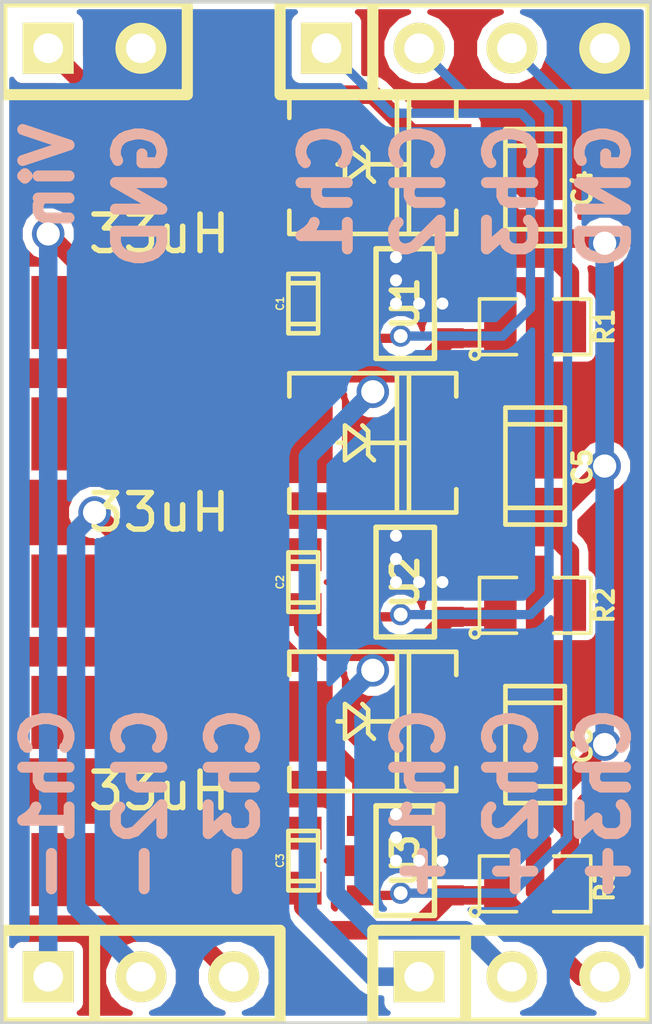
<source format=kicad_pcb>
(kicad_pcb (version 3) (host pcbnew "(2013-june-11)-stable")

  (general
    (links 58)
    (no_connects 0)
    (area 230.687619 69.8627 254.270953 103.378)
    (thickness 1.6)
    (drawings 16)
    (tracks 141)
    (zones 0)
    (modules 37)
    (nets 15)
  )

  (page A3)
  (layers
    (15 F.Cu signal hide)
    (0 B.Cu signal)
    (16 B.Adhes user)
    (17 F.Adhes user)
    (18 B.Paste user)
    (19 F.Paste user)
    (20 B.SilkS user)
    (21 F.SilkS user)
    (22 B.Mask user)
    (23 F.Mask user)
    (24 Dwgs.User user)
    (25 Cmts.User user)
    (26 Eco1.User user)
    (27 Eco2.User user)
    (28 Edge.Cuts user)
  )

  (setup
    (last_trace_width 0.254)
    (trace_clearance 0.254)
    (zone_clearance 0.1524)
    (zone_45_only no)
    (trace_min 0.1524)
    (segment_width 0.2)
    (edge_width 0.1)
    (via_size 0.889)
    (via_drill 0.635)
    (via_min_size 0.508)
    (via_min_drill 0.3302)
    (uvia_size 0.508)
    (uvia_drill 0.127)
    (uvias_allowed no)
    (uvia_min_size 0.508)
    (uvia_min_drill 0.127)
    (pcb_text_width 0.3)
    (pcb_text_size 1.5 1.5)
    (mod_edge_width 0.15)
    (mod_text_size 1 1)
    (mod_text_width 0.15)
    (pad_size 0.508 0.508)
    (pad_drill 0.3302)
    (pad_to_mask_clearance 0)
    (aux_axis_origin 0 0)
    (visible_elements FFFFFFBF)
    (pcbplotparams
      (layerselection 284983297)
      (usegerberextensions true)
      (excludeedgelayer true)
      (linewidth 0.150000)
      (plotframeref false)
      (viasonmask false)
      (mode 1)
      (useauxorigin false)
      (hpglpennumber 1)
      (hpglpenspeed 20)
      (hpglpendiameter 15)
      (hpglpenoverlay 2)
      (psnegative false)
      (psa4output false)
      (plotreference true)
      (plotvalue true)
      (plotothertext true)
      (plotinvisibletext false)
      (padsonsilk false)
      (subtractmaskfromsilk true)
      (outputformat 1)
      (mirror false)
      (drillshape 0)
      (scaleselection 1)
      (outputdirectory gerbers/))
  )

  (net 0 "")
  (net 1 CH1+)
  (net 2 CH1-)
  (net 3 CH1_CTRL)
  (net 4 CH2+)
  (net 5 CH2-)
  (net 6 CH2_CTRL)
  (net 7 CH3+)
  (net 8 CH3-)
  (net 9 CH3_CTRL)
  (net 10 GND)
  (net 11 N-0000013)
  (net 12 N-0000014)
  (net 13 N-000002)
  (net 14 Vin)

  (net_class Default "This is the default net class."
    (clearance 0.254)
    (trace_width 0.254)
    (via_dia 0.889)
    (via_drill 0.635)
    (uvia_dia 0.508)
    (uvia_drill 0.127)
    (add_net "")
  )

  (net_class Power ""
    (clearance 0.254)
    (trace_width 0.508)
    (via_dia 0.889)
    (via_drill 0.635)
    (uvia_dia 0.508)
    (uvia_drill 0.127)
    (add_net CH1+)
    (add_net CH1-)
    (add_net CH2+)
    (add_net CH2-)
    (add_net CH3+)
    (add_net CH3-)
    (add_net GND)
    (add_net N-0000013)
    (add_net N-0000014)
    (add_net N-000002)
    (add_net Vin)
  )

  (net_class Signal ""
    (clearance 0.254)
    (trace_width 0.254)
    (via_dia 0.5842)
    (via_drill 0.381)
    (uvia_dia 0.508)
    (uvia_drill 0.127)
    (add_net CH1_CTRL)
    (add_net CH2_CTRL)
    (add_net CH3_CTRL)
  )

  (module HOLE (layer F.Cu) (tedit 52E19FD8) (tstamp 52E1A0FE)
    (at 243.205 95.25)
    (fp_text reference HOLE (at 0.25 -1) (layer F.SilkS) hide
      (effects (font (size 1 1) (thickness 0.15)))
    )
    (fp_text value VAL** (at 0 1.25) (layer F.SilkS) hide
      (effects (font (size 1 1) (thickness 0.15)))
    )
    (pad 1 thru_hole circle (at 0 0) (size 0.508 0.508) (drill 0.3302)
      (layers *.Cu)
      (net 10 GND)
    )
  )

  (module HOLE (layer F.Cu) (tedit 52E19FD8) (tstamp 52E1A0FA)
    (at 243.205 94.615)
    (fp_text reference HOLE (at 0.25 -1) (layer F.SilkS) hide
      (effects (font (size 1 1) (thickness 0.15)))
    )
    (fp_text value VAL** (at 0 1.25) (layer F.SilkS) hide
      (effects (font (size 1 1) (thickness 0.15)))
    )
    (pad 1 thru_hole circle (at 0 0) (size 0.508 0.508) (drill 0.3302)
      (layers *.Cu)
      (net 10 GND)
    )
  )

  (module HOLE (layer F.Cu) (tedit 52E19FD8) (tstamp 52E1A0F6)
    (at 243.205 86.995)
    (fp_text reference HOLE (at 0.25 -1) (layer F.SilkS) hide
      (effects (font (size 1 1) (thickness 0.15)))
    )
    (fp_text value VAL** (at 0 1.25) (layer F.SilkS) hide
      (effects (font (size 1 1) (thickness 0.15)))
    )
    (pad 1 thru_hole circle (at 0 0) (size 0.508 0.508) (drill 0.3302)
      (layers *.Cu)
      (net 10 GND)
    )
  )

  (module HOLE (layer F.Cu) (tedit 52E19FD8) (tstamp 52E1A0F2)
    (at 243.205 87.63)
    (fp_text reference HOLE (at 0.25 -1) (layer F.SilkS) hide
      (effects (font (size 1 1) (thickness 0.15)))
    )
    (fp_text value VAL** (at 0 1.25) (layer F.SilkS) hide
      (effects (font (size 1 1) (thickness 0.15)))
    )
    (pad 1 thru_hole circle (at 0 0) (size 0.508 0.508) (drill 0.3302)
      (layers *.Cu)
      (net 10 GND)
    )
  )

  (module HOLE (layer F.Cu) (tedit 52E19FD8) (tstamp 52E1A0E4)
    (at 243.205 80.01)
    (fp_text reference HOLE (at 0.25 -1) (layer F.SilkS) hide
      (effects (font (size 1 1) (thickness 0.15)))
    )
    (fp_text value VAL** (at 0 1.25) (layer F.SilkS) hide
      (effects (font (size 1 1) (thickness 0.15)))
    )
    (pad 1 thru_hole circle (at 0 0) (size 0.508 0.508) (drill 0.3302)
      (layers *.Cu)
      (net 10 GND)
    )
  )

  (module HOLE (layer F.Cu) (tedit 52E19FD8) (tstamp 52E1A0E0)
    (at 243.205 79.375)
    (fp_text reference HOLE (at 0.25 -1) (layer F.SilkS) hide
      (effects (font (size 1 1) (thickness 0.15)))
    )
    (fp_text value VAL** (at 0 1.25) (layer F.SilkS) hide
      (effects (font (size 1 1) (thickness 0.15)))
    )
    (pad 1 thru_hole circle (at 0 0) (size 0.508 0.508) (drill 0.3302)
      (layers *.Cu)
      (net 10 GND)
    )
  )

  (module HOLE (layer F.Cu) (tedit 52E19FD8) (tstamp 52E1A0BA)
    (at 244.475 95.885)
    (fp_text reference HOLE (at 0.25 -1) (layer F.SilkS) hide
      (effects (font (size 1 1) (thickness 0.15)))
    )
    (fp_text value VAL** (at 0 1.25) (layer F.SilkS) hide
      (effects (font (size 1 1) (thickness 0.15)))
    )
    (pad 1 thru_hole circle (at 0 0) (size 0.508 0.508) (drill 0.3302)
      (layers *.Cu)
      (net 10 GND)
    )
  )

  (module HOLE (layer F.Cu) (tedit 52E19FD8) (tstamp 52E1A0AE)
    (at 244.475 88.265)
    (fp_text reference HOLE (at 0.25 -1) (layer F.SilkS) hide
      (effects (font (size 1 1) (thickness 0.15)))
    )
    (fp_text value VAL** (at 0 1.25) (layer F.SilkS) hide
      (effects (font (size 1 1) (thickness 0.15)))
    )
    (pad 1 thru_hole circle (at 0 0) (size 0.508 0.508) (drill 0.3302)
      (layers *.Cu)
      (net 10 GND)
    )
  )

  (module HOLE (layer F.Cu) (tedit 52E19FD8) (tstamp 52E1A0AA)
    (at 244.475 80.645)
    (fp_text reference HOLE (at 0.25 -1) (layer F.SilkS) hide
      (effects (font (size 1 1) (thickness 0.15)))
    )
    (fp_text value VAL** (at 0 1.25) (layer F.SilkS) hide
      (effects (font (size 1 1) (thickness 0.15)))
    )
    (pad 1 thru_hole circle (at 0 0) (size 0.508 0.508) (drill 0.3302)
      (layers *.Cu)
      (net 10 GND)
    )
  )

  (module HOLE (layer F.Cu) (tedit 52E19FD8) (tstamp 52E1A059)
    (at 243.84 80.645)
    (fp_text reference HOLE (at 0.25 -1) (layer F.SilkS) hide
      (effects (font (size 1 1) (thickness 0.15)))
    )
    (fp_text value VAL** (at 0 1.25) (layer F.SilkS) hide
      (effects (font (size 1 1) (thickness 0.15)))
    )
    (pad 1 thru_hole circle (at 0 0) (size 0.508 0.508) (drill 0.3302)
      (layers *.Cu)
      (net 10 GND)
    )
  )

  (module HOLE (layer F.Cu) (tedit 52E19FD8) (tstamp 52E1A055)
    (at 243.84 88.265)
    (fp_text reference HOLE (at 0.25 -1) (layer F.SilkS) hide
      (effects (font (size 1 1) (thickness 0.15)))
    )
    (fp_text value VAL** (at 0 1.25) (layer F.SilkS) hide
      (effects (font (size 1 1) (thickness 0.15)))
    )
    (pad 1 thru_hole circle (at 0 0) (size 0.508 0.508) (drill 0.3302)
      (layers *.Cu)
      (net 10 GND)
    )
  )

  (module HOLE (layer F.Cu) (tedit 52E19FD8) (tstamp 52E19FED)
    (at 243.205 95.885)
    (fp_text reference HOLE (at 0.25 -1) (layer F.SilkS) hide
      (effects (font (size 1 1) (thickness 0.15)))
    )
    (fp_text value VAL** (at 0 1.25) (layer F.SilkS) hide
      (effects (font (size 1 1) (thickness 0.15)))
    )
    (pad 1 thru_hole circle (at 0 0) (size 0.508 0.508) (drill 0.3302)
      (layers *.Cu)
      (net 10 GND)
    )
  )

  (module HOLE (layer F.Cu) (tedit 52E19FD8) (tstamp 52E19FE9)
    (at 243.84 95.885)
    (fp_text reference HOLE (at 0.25 -1) (layer F.SilkS) hide
      (effects (font (size 1 1) (thickness 0.15)))
    )
    (fp_text value VAL** (at 0 1.25) (layer F.SilkS) hide
      (effects (font (size 1 1) (thickness 0.15)))
    )
    (pad 1 thru_hole circle (at 0 0) (size 0.508 0.508) (drill 0.3302)
      (layers *.Cu)
      (net 10 GND)
    )
  )

  (module HOLE (layer F.Cu) (tedit 52E19FD8) (tstamp 52E19FE3)
    (at 243.205 88.265)
    (fp_text reference HOLE (at 0.25 -1) (layer F.SilkS) hide
      (effects (font (size 1 1) (thickness 0.15)))
    )
    (fp_text value VAL** (at 0 1.25) (layer F.SilkS) hide
      (effects (font (size 1 1) (thickness 0.15)))
    )
    (pad 1 thru_hole circle (at 0 0) (size 0.508 0.508) (drill 0.3302)
      (layers *.Cu)
      (net 10 GND)
    )
  )

  (module SIL-4 (layer F.Cu) (tedit 52E19DA3) (tstamp 52E18C1B)
    (at 245.11 73.66)
    (descr "Connecteur 4 pibs")
    (tags "CONN DEV")
    (path /52E16831)
    (fp_text reference P2 (at 0 -2.54) (layer F.SilkS) hide
      (effects (font (size 1.73482 1.08712) (thickness 0.27178)))
    )
    (fp_text value CTRL (at 0 -2.54) (layer F.SilkS) hide
      (effects (font (size 1.524 1.016) (thickness 0.254)))
    )
    (fp_line (start -5.08 -1.27) (end -5.08 -1.27) (layer F.SilkS) (width 0.3048))
    (fp_line (start -5.08 1.27) (end -5.08 -1.27) (layer F.SilkS) (width 0.3048))
    (fp_line (start -5.08 -1.27) (end -5.08 -1.27) (layer F.SilkS) (width 0.3048))
    (fp_line (start -5.08 -1.27) (end 5.08 -1.27) (layer F.SilkS) (width 0.3048))
    (fp_line (start 5.08 -1.27) (end 5.08 1.27) (layer F.SilkS) (width 0.3048))
    (fp_line (start 5.08 1.27) (end -5.08 1.27) (layer F.SilkS) (width 0.3048))
    (fp_line (start -2.54 1.27) (end -2.54 -1.27) (layer F.SilkS) (width 0.3048))
    (pad 1 thru_hole rect (at -3.81 0) (size 1.397 1.397) (drill 0.8128)
      (layers *.Cu *.Mask F.SilkS)
      (net 3 CH1_CTRL)
    )
    (pad 2 thru_hole circle (at -1.27 0) (size 1.397 1.397) (drill 0.8128)
      (layers *.Cu *.Mask F.SilkS)
      (net 6 CH2_CTRL)
    )
    (pad 3 thru_hole circle (at 1.27 0) (size 1.397 1.397) (drill 0.8128)
      (layers *.Cu *.Mask F.SilkS)
      (net 9 CH3_CTRL)
    )
    (pad 4 thru_hole circle (at 3.81 0) (size 1.397 1.397) (drill 0.8128)
      (layers *.Cu *.Mask F.SilkS)
      (net 10 GND)
    )
  )

  (module SIL-3 (layer F.Cu) (tedit 52E19DA8) (tstamp 52E18C33)
    (at 246.38 99.06)
    (descr "Connecteur 3 pins")
    (tags "CONN DEV")
    (path /52E16813)
    (fp_text reference K1 (at 0 -2.54) (layer F.SilkS) hide
      (effects (font (size 1.7907 1.07696) (thickness 0.26924)))
    )
    (fp_text value LED+ (at 0 3.175) (layer F.SilkS) hide
      (effects (font (size 1.524 1.016) (thickness 0.254)))
    )
    (fp_line (start -3.81 1.27) (end -3.81 -1.27) (layer F.SilkS) (width 0.3048))
    (fp_line (start -3.81 -1.27) (end 3.81 -1.27) (layer F.SilkS) (width 0.3048))
    (fp_line (start 3.81 -1.27) (end 3.81 1.27) (layer F.SilkS) (width 0.3048))
    (fp_line (start 3.81 1.27) (end -3.81 1.27) (layer F.SilkS) (width 0.3048))
    (fp_line (start -1.27 -1.27) (end -1.27 1.27) (layer F.SilkS) (width 0.3048))
    (pad 1 thru_hole rect (at -2.54 0) (size 1.397 1.397) (drill 0.8128)
      (layers *.Cu *.Mask F.SilkS)
      (net 1 CH1+)
    )
    (pad 2 thru_hole circle (at 0 0) (size 1.397 1.397) (drill 0.8128)
      (layers *.Cu *.Mask F.SilkS)
      (net 4 CH2+)
    )
    (pad 3 thru_hole circle (at 2.54 0) (size 1.397 1.397) (drill 0.8128)
      (layers *.Cu *.Mask F.SilkS)
      (net 7 CH3+)
    )
  )

  (module SIL-3 (layer F.Cu) (tedit 52E19DA6) (tstamp 52E18C27)
    (at 236.22 99.06)
    (descr "Connecteur 3 pins")
    (tags "CONN DEV")
    (path /52E16822)
    (fp_text reference K2 (at 0 -2.54) (layer F.SilkS) hide
      (effects (font (size 1.7907 1.07696) (thickness 0.26924)))
    )
    (fp_text value LED- (at 0 3.175) (layer F.SilkS) hide
      (effects (font (size 1.524 1.016) (thickness 0.254)))
    )
    (fp_line (start -3.81 1.27) (end -3.81 -1.27) (layer F.SilkS) (width 0.3048))
    (fp_line (start -3.81 -1.27) (end 3.81 -1.27) (layer F.SilkS) (width 0.3048))
    (fp_line (start 3.81 -1.27) (end 3.81 1.27) (layer F.SilkS) (width 0.3048))
    (fp_line (start 3.81 1.27) (end -3.81 1.27) (layer F.SilkS) (width 0.3048))
    (fp_line (start -1.27 -1.27) (end -1.27 1.27) (layer F.SilkS) (width 0.3048))
    (pad 1 thru_hole rect (at -2.54 0) (size 1.397 1.397) (drill 0.8128)
      (layers *.Cu *.Mask F.SilkS)
      (net 2 CH1-)
    )
    (pad 2 thru_hole circle (at 0 0) (size 1.397 1.397) (drill 0.8128)
      (layers *.Cu *.Mask F.SilkS)
      (net 5 CH2-)
    )
    (pad 3 thru_hole circle (at 2.54 0) (size 1.397 1.397) (drill 0.8128)
      (layers *.Cu *.Mask F.SilkS)
      (net 8 CH3-)
    )
  )

  (module SIL-2 (layer F.Cu) (tedit 52E19DA0) (tstamp 52E18C3D)
    (at 234.95 73.66)
    (descr "Connecteurs 2 pins")
    (tags "CONN DEV")
    (path /52E16840)
    (fp_text reference P1 (at 0 -2.54) (layer F.SilkS) hide
      (effects (font (size 1.72974 1.08712) (thickness 0.27178)))
    )
    (fp_text value VIN (at 0 -2.54) (layer F.SilkS) hide
      (effects (font (size 1.524 1.016) (thickness 0.254)))
    )
    (fp_line (start -2.54 1.27) (end -2.54 -1.27) (layer F.SilkS) (width 0.3048))
    (fp_line (start -2.54 -1.27) (end 2.54 -1.27) (layer F.SilkS) (width 0.3048))
    (fp_line (start 2.54 -1.27) (end 2.54 1.27) (layer F.SilkS) (width 0.3048))
    (fp_line (start 2.54 1.27) (end -2.54 1.27) (layer F.SilkS) (width 0.3048))
    (pad 1 thru_hole rect (at -1.27 0) (size 1.397 1.397) (drill 0.8128)
      (layers *.Cu *.Mask F.SilkS)
      (net 14 Vin)
    )
    (pad 2 thru_hole circle (at 1.27 0) (size 1.397 1.397) (drill 0.8128)
      (layers *.Cu *.Mask F.SilkS)
      (net 10 GND)
    )
  )

  (module sot25 (layer F.Cu) (tedit 52E193D5) (tstamp 52E18BC9)
    (at 243.459 88.265 90)
    (path /52E16763)
    (fp_text reference U2 (at 0 0 90) (layer F.SilkS)
      (effects (font (size 0.7 0.7) (thickness 0.15)))
    )
    (fp_text value AL8805 (at 0.2 -2.5 90) (layer F.SilkS) hide
      (effects (font (size 1 1) (thickness 0.15)))
    )
    (fp_line (start -1.5 -0.8) (end 1.5 -0.8) (layer F.SilkS) (width 0.15))
    (fp_line (start 1.5 -0.8) (end 1.5 0.8) (layer F.SilkS) (width 0.15))
    (fp_line (start 1.5 0.8) (end -1.4 0.8) (layer F.SilkS) (width 0.15))
    (fp_line (start -1.4 0.8) (end -1.5 0.8) (layer F.SilkS) (width 0.15))
    (fp_line (start -1.5 0.8) (end -1.5 -0.8) (layer F.SilkS) (width 0.15))
    (pad 3 smd rect (at -0.95 -1.2 90) (size 0.55 0.8)
      (layers F.Cu F.Paste F.Mask)
      (net 6 CH2_CTRL)
    )
    (pad 2 smd rect (at 0 -1.2 90) (size 0.55 0.8)
      (layers F.Cu F.Paste F.Mask)
      (net 10 GND)
    )
    (pad 1 smd rect (at 0.95 -1.2 90) (size 0.55 0.8)
      (layers F.Cu F.Paste F.Mask)
      (net 12 N-0000014)
    )
    (pad 4 smd rect (at -0.95 1.2 90) (size 0.55 0.8)
      (layers F.Cu F.Paste F.Mask)
      (net 4 CH2+)
    )
    (pad 5 smd rect (at 0.95 1.2 90) (size 0.55 0.8)
      (layers F.Cu F.Paste F.Mask)
      (net 14 Vin)
    )
  )

  (module sot25 (layer F.Cu) (tedit 52E18026) (tstamp 52E19689)
    (at 243.459 80.645 90)
    (path /52E15FE2)
    (fp_text reference U1 (at 0 0 90) (layer F.SilkS)
      (effects (font (size 0.7 0.7) (thickness 0.15)))
    )
    (fp_text value AL8805 (at 0.2 -2.5 90) (layer F.SilkS) hide
      (effects (font (size 1 1) (thickness 0.15)))
    )
    (fp_line (start -1.5 -0.8) (end 1.5 -0.8) (layer F.SilkS) (width 0.15))
    (fp_line (start 1.5 -0.8) (end 1.5 0.8) (layer F.SilkS) (width 0.15))
    (fp_line (start 1.5 0.8) (end -1.4 0.8) (layer F.SilkS) (width 0.15))
    (fp_line (start -1.4 0.8) (end -1.5 0.8) (layer F.SilkS) (width 0.15))
    (fp_line (start -1.5 0.8) (end -1.5 -0.8) (layer F.SilkS) (width 0.15))
    (pad 3 smd rect (at -0.95 -1.2 90) (size 0.55 0.8)
      (layers F.Cu F.Paste F.Mask)
      (net 3 CH1_CTRL)
    )
    (pad 2 smd rect (at 0 -1.2 90) (size 0.55 0.8)
      (layers F.Cu F.Paste F.Mask)
      (net 10 GND)
    )
    (pad 1 smd rect (at 0.95 -1.2 90) (size 0.55 0.8)
      (layers F.Cu F.Paste F.Mask)
      (net 11 N-0000013)
    )
    (pad 4 smd rect (at -0.95 1.2 90) (size 0.55 0.8)
      (layers F.Cu F.Paste F.Mask)
      (net 1 CH1+)
    )
    (pad 5 smd rect (at 0.95 1.2 90) (size 0.55 0.8)
      (layers F.Cu F.Paste F.Mask)
      (net 14 Vin)
    )
  )

  (module sot25 (layer F.Cu) (tedit 52E18026) (tstamp 52E18BE5)
    (at 243.459 95.885 90)
    (path /52E167BA)
    (fp_text reference U3 (at 0 0 90) (layer F.SilkS)
      (effects (font (size 0.7 0.7) (thickness 0.15)))
    )
    (fp_text value AL8805 (at 0.2 -2.5 90) (layer F.SilkS) hide
      (effects (font (size 1 1) (thickness 0.15)))
    )
    (fp_line (start -1.5 -0.8) (end 1.5 -0.8) (layer F.SilkS) (width 0.15))
    (fp_line (start 1.5 -0.8) (end 1.5 0.8) (layer F.SilkS) (width 0.15))
    (fp_line (start 1.5 0.8) (end -1.4 0.8) (layer F.SilkS) (width 0.15))
    (fp_line (start -1.4 0.8) (end -1.5 0.8) (layer F.SilkS) (width 0.15))
    (fp_line (start -1.5 0.8) (end -1.5 -0.8) (layer F.SilkS) (width 0.15))
    (pad 3 smd rect (at -0.95 -1.2 90) (size 0.55 0.8)
      (layers F.Cu F.Paste F.Mask)
      (net 9 CH3_CTRL)
    )
    (pad 2 smd rect (at 0 -1.2 90) (size 0.55 0.8)
      (layers F.Cu F.Paste F.Mask)
      (net 10 GND)
    )
    (pad 1 smd rect (at 0.95 -1.2 90) (size 0.55 0.8)
      (layers F.Cu F.Paste F.Mask)
      (net 13 N-000002)
    )
    (pad 4 smd rect (at -0.95 1.2 90) (size 0.55 0.8)
      (layers F.Cu F.Paste F.Mask)
      (net 7 CH3+)
    )
    (pad 5 smd rect (at 0.95 1.2 90) (size 0.55 0.8)
      (layers F.Cu F.Paste F.Mask)
      (net 14 Vin)
    )
  )

  (module SM0805 (layer F.Cu) (tedit 52E196F3) (tstamp 52E19883)
    (at 247.015 81.28)
    (path /52E16131)
    (attr smd)
    (fp_text reference R1 (at 1.905 0 90) (layer F.SilkS)
      (effects (font (size 0.50038 0.50038) (thickness 0.10922)))
    )
    (fp_text value 0.3R (at 0 0.381) (layer F.SilkS) hide
      (effects (font (size 0.50038 0.50038) (thickness 0.10922)))
    )
    (fp_circle (center -1.651 0.762) (end -1.651 0.635) (layer F.SilkS) (width 0.09906))
    (fp_line (start -0.508 0.762) (end -1.524 0.762) (layer F.SilkS) (width 0.09906))
    (fp_line (start -1.524 0.762) (end -1.524 -0.762) (layer F.SilkS) (width 0.09906))
    (fp_line (start -1.524 -0.762) (end -0.508 -0.762) (layer F.SilkS) (width 0.09906))
    (fp_line (start 0.508 -0.762) (end 1.524 -0.762) (layer F.SilkS) (width 0.09906))
    (fp_line (start 1.524 -0.762) (end 1.524 0.762) (layer F.SilkS) (width 0.09906))
    (fp_line (start 1.524 0.762) (end 0.508 0.762) (layer F.SilkS) (width 0.09906))
    (pad 1 smd rect (at -0.9525 0) (size 0.889 1.397)
      (layers F.Cu F.Paste F.Mask)
      (net 1 CH1+)
    )
    (pad 2 smd rect (at 0.9525 0) (size 0.889 1.397)
      (layers F.Cu F.Paste F.Mask)
      (net 14 Vin)
    )
    (model smd/chip_cms.wrl
      (at (xyz 0 0 0))
      (scale (xyz 0.1 0.1 0.1))
      (rotate (xyz 0 0 0))
    )
  )

  (module SM0805 (layer F.Cu) (tedit 52E196EF) (tstamp 52E19875)
    (at 247.015 88.9)
    (path /52E16787)
    (attr smd)
    (fp_text reference R2 (at 1.905 0 90) (layer F.SilkS)
      (effects (font (size 0.50038 0.50038) (thickness 0.10922)))
    )
    (fp_text value 0.3R (at 0 0.381) (layer F.SilkS) hide
      (effects (font (size 0.50038 0.50038) (thickness 0.10922)))
    )
    (fp_circle (center -1.651 0.762) (end -1.651 0.635) (layer F.SilkS) (width 0.09906))
    (fp_line (start -0.508 0.762) (end -1.524 0.762) (layer F.SilkS) (width 0.09906))
    (fp_line (start -1.524 0.762) (end -1.524 -0.762) (layer F.SilkS) (width 0.09906))
    (fp_line (start -1.524 -0.762) (end -0.508 -0.762) (layer F.SilkS) (width 0.09906))
    (fp_line (start 0.508 -0.762) (end 1.524 -0.762) (layer F.SilkS) (width 0.09906))
    (fp_line (start 1.524 -0.762) (end 1.524 0.762) (layer F.SilkS) (width 0.09906))
    (fp_line (start 1.524 0.762) (end 0.508 0.762) (layer F.SilkS) (width 0.09906))
    (pad 1 smd rect (at -0.9525 0) (size 0.889 1.397)
      (layers F.Cu F.Paste F.Mask)
      (net 4 CH2+)
    )
    (pad 2 smd rect (at 0.9525 0) (size 0.889 1.397)
      (layers F.Cu F.Paste F.Mask)
      (net 14 Vin)
    )
    (model smd/chip_cms.wrl
      (at (xyz 0 0 0))
      (scale (xyz 0.1 0.1 0.1))
      (rotate (xyz 0 0 0))
    )
  )

  (module SM0805 (layer F.Cu) (tedit 52E196E9) (tstamp 52E18C0C)
    (at 247.015 96.52)
    (path /52E167DE)
    (attr smd)
    (fp_text reference R3 (at 1.905 0 90) (layer F.SilkS)
      (effects (font (size 0.50038 0.50038) (thickness 0.10922)))
    )
    (fp_text value 0.3R (at 0 0.381) (layer F.SilkS) hide
      (effects (font (size 0.50038 0.50038) (thickness 0.10922)))
    )
    (fp_circle (center -1.651 0.762) (end -1.651 0.635) (layer F.SilkS) (width 0.09906))
    (fp_line (start -0.508 0.762) (end -1.524 0.762) (layer F.SilkS) (width 0.09906))
    (fp_line (start -1.524 0.762) (end -1.524 -0.762) (layer F.SilkS) (width 0.09906))
    (fp_line (start -1.524 -0.762) (end -0.508 -0.762) (layer F.SilkS) (width 0.09906))
    (fp_line (start 0.508 -0.762) (end 1.524 -0.762) (layer F.SilkS) (width 0.09906))
    (fp_line (start 1.524 -0.762) (end 1.524 0.762) (layer F.SilkS) (width 0.09906))
    (fp_line (start 1.524 0.762) (end 0.508 0.762) (layer F.SilkS) (width 0.09906))
    (pad 1 smd rect (at -0.9525 0) (size 0.889 1.397)
      (layers F.Cu F.Paste F.Mask)
      (net 7 CH3+)
    )
    (pad 2 smd rect (at 0.9525 0) (size 0.889 1.397)
      (layers F.Cu F.Paste F.Mask)
      (net 14 Vin)
    )
    (model smd/chip_cms.wrl
      (at (xyz 0 0 0))
      (scale (xyz 0.1 0.1 0.1))
      (rotate (xyz 0 0 0))
    )
  )

  (module ind_6x6 (layer F.Cu) (tedit 52E19524) (tstamp 52E18C43)
    (at 236.22 78.74)
    (path /52E16113)
    (fp_text reference L1 (at 0 4.3) (layer F.SilkS) hide
      (effects (font (size 1 1) (thickness 0.15)))
    )
    (fp_text value 33uH (at 0.5 0) (layer F.SilkS)
      (effects (font (size 1 1) (thickness 0.15)))
    )
    (pad 2 smd rect (at 0 2.15 90) (size 2 6)
      (layers F.Cu F.Paste F.Mask)
      (net 2 CH1-)
    )
    (pad 1 smd rect (at 0 -2.15 90) (size 2 6)
      (layers F.Cu F.Paste F.Mask)
      (net 11 N-0000013)
    )
  )

  (module ind_6x6 (layer F.Cu) (tedit 52E19519) (tstamp 52E18C49)
    (at 236.22 86.36)
    (path /52E16781)
    (fp_text reference L2 (at 0 4.3) (layer F.SilkS) hide
      (effects (font (size 1 1) (thickness 0.15)))
    )
    (fp_text value 33uH (at 0.5 0) (layer F.SilkS)
      (effects (font (size 1 1) (thickness 0.15)))
    )
    (pad 2 smd rect (at 0 2.15 90) (size 2 6)
      (layers F.Cu F.Paste F.Mask)
      (net 5 CH2-)
    )
    (pad 1 smd rect (at 0 -2.15 90) (size 2 6)
      (layers F.Cu F.Paste F.Mask)
      (net 12 N-0000014)
    )
  )

  (module ind_6x6 (layer F.Cu) (tedit 52E1951F) (tstamp 52E18C4F)
    (at 236.22 93.98)
    (path /52E167D8)
    (fp_text reference L3 (at 0 4.3) (layer F.SilkS) hide
      (effects (font (size 1 1) (thickness 0.15)))
    )
    (fp_text value 33uH (at 0.5 0) (layer F.SilkS)
      (effects (font (size 1 1) (thickness 0.15)))
    )
    (pad 2 smd rect (at 0 2.15 90) (size 2 6)
      (layers F.Cu F.Paste F.Mask)
      (net 8 CH3-)
    )
    (pad 1 smd rect (at 0 -2.15 90) (size 2 6)
      (layers F.Cu F.Paste F.Mask)
      (net 13 N-000002)
    )
  )

  (module "DO-214AC(SMA)" (layer F.Cu) (tedit 52E19531) (tstamp 52E19767)
    (at 242.57 84.455)
    (descr "DO-214AC (SMA)  PACKAGE.")
    (tags "DO-214AC SMA")
    (path /52E167A8)
    (attr smd)
    (fp_text reference D2 (at 0 -2.60096) (layer F.SilkS) hide
      (effects (font (size 1.00076 1.00076) (thickness 0.11938)))
    )
    (fp_text value DIODESCH (at 0 2.79908) (layer F.SilkS) hide
      (effects (font (size 1.00076 1.00076) (thickness 0.11938)))
    )
    (fp_line (start -0.762 0) (end -0.9652 0) (layer F.SilkS) (width 0.127))
    (fp_line (start -2.286 -1.905) (end 2.286 -1.905) (layer F.SilkS) (width 0.127))
    (fp_line (start 2.286 -1.905) (end 2.286 -1.27) (layer F.SilkS) (width 0.127))
    (fp_line (start 0.6604 1.905) (end 0.6604 -1.905) (layer F.SilkS) (width 0.127))
    (fp_line (start 0.9906 1.905) (end 0.9906 -1.905) (layer F.SilkS) (width 0.127))
    (fp_line (start -2.286 1.27) (end -2.286 1.905) (layer F.SilkS) (width 0.127))
    (fp_line (start -2.286 1.905) (end 2.286 1.905) (layer F.SilkS) (width 0.127))
    (fp_line (start 2.286 1.905) (end 2.286 1.27) (layer F.SilkS) (width 0.127))
    (fp_line (start -2.286 -1.27) (end -2.286 -1.905) (layer F.SilkS) (width 0.127))
    (fp_line (start -0.127 0) (end -0.762 -0.47498) (layer F.SilkS) (width 0.127))
    (fp_line (start -0.762 -0.47498) (end -0.762 0) (layer F.SilkS) (width 0.127))
    (fp_line (start -0.762 0) (end -0.762 0.47498) (layer F.SilkS) (width 0.127))
    (fp_line (start -0.762 0.47498) (end -0.127 0) (layer F.SilkS) (width 0.127))
    (fp_line (start -0.127 0) (end -0.127 -0.3175) (layer F.SilkS) (width 0.127))
    (fp_line (start -0.127 -0.3175) (end -0.28448 -0.47498) (layer F.SilkS) (width 0.127))
    (fp_line (start -0.127 0) (end -0.127 0.3175) (layer F.SilkS) (width 0.127))
    (fp_line (start -0.127 0.3175) (end 0.03048 0.47498) (layer F.SilkS) (width 0.127))
    (fp_line (start -0.127 0) (end 0.98298 0) (layer F.SilkS) (width 0.127))
    (pad 1 smd rect (at -1.89992 0) (size 1.6002 2.19964)
      (layers F.Cu F.Paste F.Mask)
      (net 12 N-0000014)
    )
    (pad 2 smd rect (at 1.89992 0) (size 1.6002 2.19964)
      (layers F.Cu F.Paste F.Mask)
      (net 14 Vin)
    )
    (model smd/do214.wrl
      (at (xyz 0 0 0))
      (scale (xyz 0.95 0.95 0.95))
      (rotate (xyz 0 0 0))
    )
  )

  (module "DO-214AC(SMA)" (layer F.Cu) (tedit 52E1952D) (tstamp 52E1974E)
    (at 242.57 92.075)
    (descr "DO-214AC (SMA)  PACKAGE.")
    (tags "DO-214AC SMA")
    (path /52E167FF)
    (attr smd)
    (fp_text reference D3 (at 0 -2.60096) (layer F.SilkS) hide
      (effects (font (size 1.00076 1.00076) (thickness 0.11938)))
    )
    (fp_text value DIODESCH (at 0 2.79908) (layer F.SilkS) hide
      (effects (font (size 1.00076 1.00076) (thickness 0.11938)))
    )
    (fp_line (start -0.762 0) (end -0.9652 0) (layer F.SilkS) (width 0.127))
    (fp_line (start -2.286 -1.905) (end 2.286 -1.905) (layer F.SilkS) (width 0.127))
    (fp_line (start 2.286 -1.905) (end 2.286 -1.27) (layer F.SilkS) (width 0.127))
    (fp_line (start 0.6604 1.905) (end 0.6604 -1.905) (layer F.SilkS) (width 0.127))
    (fp_line (start 0.9906 1.905) (end 0.9906 -1.905) (layer F.SilkS) (width 0.127))
    (fp_line (start -2.286 1.27) (end -2.286 1.905) (layer F.SilkS) (width 0.127))
    (fp_line (start -2.286 1.905) (end 2.286 1.905) (layer F.SilkS) (width 0.127))
    (fp_line (start 2.286 1.905) (end 2.286 1.27) (layer F.SilkS) (width 0.127))
    (fp_line (start -2.286 -1.27) (end -2.286 -1.905) (layer F.SilkS) (width 0.127))
    (fp_line (start -0.127 0) (end -0.762 -0.47498) (layer F.SilkS) (width 0.127))
    (fp_line (start -0.762 -0.47498) (end -0.762 0) (layer F.SilkS) (width 0.127))
    (fp_line (start -0.762 0) (end -0.762 0.47498) (layer F.SilkS) (width 0.127))
    (fp_line (start -0.762 0.47498) (end -0.127 0) (layer F.SilkS) (width 0.127))
    (fp_line (start -0.127 0) (end -0.127 -0.3175) (layer F.SilkS) (width 0.127))
    (fp_line (start -0.127 -0.3175) (end -0.28448 -0.47498) (layer F.SilkS) (width 0.127))
    (fp_line (start -0.127 0) (end -0.127 0.3175) (layer F.SilkS) (width 0.127))
    (fp_line (start -0.127 0.3175) (end 0.03048 0.47498) (layer F.SilkS) (width 0.127))
    (fp_line (start -0.127 0) (end 0.98298 0) (layer F.SilkS) (width 0.127))
    (pad 1 smd rect (at -1.89992 0) (size 1.6002 2.19964)
      (layers F.Cu F.Paste F.Mask)
      (net 13 N-000002)
    )
    (pad 2 smd rect (at 1.89992 0) (size 1.6002 2.19964)
      (layers F.Cu F.Paste F.Mask)
      (net 14 Vin)
    )
    (model smd/do214.wrl
      (at (xyz 0 0 0))
      (scale (xyz 0.95 0.95 0.95))
      (rotate (xyz 0 0 0))
    )
  )

  (module "DO-214AC(SMA)" (layer F.Cu) (tedit 52E19538) (tstamp 52E19735)
    (at 242.57 76.835)
    (descr "DO-214AC (SMA)  PACKAGE.")
    (tags "DO-214AC SMA")
    (path /52E16326)
    (attr smd)
    (fp_text reference D1 (at 0 -2.60096) (layer F.SilkS) hide
      (effects (font (size 1.00076 1.00076) (thickness 0.11938)))
    )
    (fp_text value DIODESCH (at 0 2.79908) (layer F.SilkS) hide
      (effects (font (size 1.00076 1.00076) (thickness 0.11938)))
    )
    (fp_line (start -0.762 0) (end -0.9652 0) (layer F.SilkS) (width 0.127))
    (fp_line (start -2.286 -1.905) (end 2.286 -1.905) (layer F.SilkS) (width 0.127))
    (fp_line (start 2.286 -1.905) (end 2.286 -1.27) (layer F.SilkS) (width 0.127))
    (fp_line (start 0.6604 1.905) (end 0.6604 -1.905) (layer F.SilkS) (width 0.127))
    (fp_line (start 0.9906 1.905) (end 0.9906 -1.905) (layer F.SilkS) (width 0.127))
    (fp_line (start -2.286 1.27) (end -2.286 1.905) (layer F.SilkS) (width 0.127))
    (fp_line (start -2.286 1.905) (end 2.286 1.905) (layer F.SilkS) (width 0.127))
    (fp_line (start 2.286 1.905) (end 2.286 1.27) (layer F.SilkS) (width 0.127))
    (fp_line (start -2.286 -1.27) (end -2.286 -1.905) (layer F.SilkS) (width 0.127))
    (fp_line (start -0.127 0) (end -0.762 -0.47498) (layer F.SilkS) (width 0.127))
    (fp_line (start -0.762 -0.47498) (end -0.762 0) (layer F.SilkS) (width 0.127))
    (fp_line (start -0.762 0) (end -0.762 0.47498) (layer F.SilkS) (width 0.127))
    (fp_line (start -0.762 0.47498) (end -0.127 0) (layer F.SilkS) (width 0.127))
    (fp_line (start -0.127 0) (end -0.127 -0.3175) (layer F.SilkS) (width 0.127))
    (fp_line (start -0.127 -0.3175) (end -0.28448 -0.47498) (layer F.SilkS) (width 0.127))
    (fp_line (start -0.127 0) (end -0.127 0.3175) (layer F.SilkS) (width 0.127))
    (fp_line (start -0.127 0.3175) (end 0.03048 0.47498) (layer F.SilkS) (width 0.127))
    (fp_line (start -0.127 0) (end 0.98298 0) (layer F.SilkS) (width 0.127))
    (pad 1 smd rect (at -1.89992 0) (size 1.6002 2.19964)
      (layers F.Cu F.Paste F.Mask)
      (net 11 N-0000013)
    )
    (pad 2 smd rect (at 1.89992 0) (size 1.6002 2.19964)
      (layers F.Cu F.Paste F.Mask)
      (net 14 Vin)
    )
    (model smd/do214.wrl
      (at (xyz 0 0 0))
      (scale (xyz 0.95 0.95 0.95))
      (rotate (xyz 0 0 0))
    )
  )

  (module c_1206 (layer F.Cu) (tedit 490473F0) (tstamp 52E198F8)
    (at 247.015 92.71 270)
    (descr "SMT capacitor, 1206")
    (path /52E167CC)
    (fp_text reference C6 (at 0.0254 -1.2954 270) (layer F.SilkS)
      (effects (font (size 0.50038 0.50038) (thickness 0.11938)))
    )
    (fp_text value 4.7uF (at 0 1.27 270) (layer F.SilkS) hide
      (effects (font (size 0.50038 0.50038) (thickness 0.11938)))
    )
    (fp_line (start 1.143 0.8128) (end 1.143 -0.8128) (layer F.SilkS) (width 0.127))
    (fp_line (start -1.143 -0.8128) (end -1.143 0.8128) (layer F.SilkS) (width 0.127))
    (fp_line (start -1.6002 -0.8128) (end -1.6002 0.8128) (layer F.SilkS) (width 0.127))
    (fp_line (start -1.6002 0.8128) (end 1.6002 0.8128) (layer F.SilkS) (width 0.127))
    (fp_line (start 1.6002 0.8128) (end 1.6002 -0.8128) (layer F.SilkS) (width 0.127))
    (fp_line (start 1.6002 -0.8128) (end -1.6002 -0.8128) (layer F.SilkS) (width 0.127))
    (pad 1 smd rect (at 1.397 0 270) (size 1.6002 1.8034)
      (layers F.Cu F.Paste F.Mask)
      (net 14 Vin)
    )
    (pad 2 smd rect (at -1.397 0 270) (size 1.6002 1.8034)
      (layers F.Cu F.Paste F.Mask)
      (net 10 GND)
    )
    (model smd/capacitors/c_1206.wrl
      (at (xyz 0 0 0))
      (scale (xyz 1 1 1))
      (rotate (xyz 0 0 0))
    )
  )

  (module c_1206 (layer F.Cu) (tedit 490473F0) (tstamp 52E18CAF)
    (at 247.015 85.09 270)
    (descr "SMT capacitor, 1206")
    (path /52E16775)
    (fp_text reference C5 (at 0.0254 -1.2954 270) (layer F.SilkS)
      (effects (font (size 0.50038 0.50038) (thickness 0.11938)))
    )
    (fp_text value 4.7uF (at 0 1.27 270) (layer F.SilkS) hide
      (effects (font (size 0.50038 0.50038) (thickness 0.11938)))
    )
    (fp_line (start 1.143 0.8128) (end 1.143 -0.8128) (layer F.SilkS) (width 0.127))
    (fp_line (start -1.143 -0.8128) (end -1.143 0.8128) (layer F.SilkS) (width 0.127))
    (fp_line (start -1.6002 -0.8128) (end -1.6002 0.8128) (layer F.SilkS) (width 0.127))
    (fp_line (start -1.6002 0.8128) (end 1.6002 0.8128) (layer F.SilkS) (width 0.127))
    (fp_line (start 1.6002 0.8128) (end 1.6002 -0.8128) (layer F.SilkS) (width 0.127))
    (fp_line (start 1.6002 -0.8128) (end -1.6002 -0.8128) (layer F.SilkS) (width 0.127))
    (pad 1 smd rect (at 1.397 0 270) (size 1.6002 1.8034)
      (layers F.Cu F.Paste F.Mask)
      (net 14 Vin)
    )
    (pad 2 smd rect (at -1.397 0 270) (size 1.6002 1.8034)
      (layers F.Cu F.Paste F.Mask)
      (net 10 GND)
    )
    (model smd/capacitors/c_1206.wrl
      (at (xyz 0 0 0))
      (scale (xyz 1 1 1))
      (rotate (xyz 0 0 0))
    )
  )

  (module c_1206 (layer F.Cu) (tedit 490473F0) (tstamp 52E18CBB)
    (at 247.015 77.47 270)
    (descr "SMT capacitor, 1206")
    (path /52E160F5)
    (fp_text reference C4 (at 0.0254 -1.2954 270) (layer F.SilkS)
      (effects (font (size 0.50038 0.50038) (thickness 0.11938)))
    )
    (fp_text value 4.7uF (at 0 1.27 270) (layer F.SilkS) hide
      (effects (font (size 0.50038 0.50038) (thickness 0.11938)))
    )
    (fp_line (start 1.143 0.8128) (end 1.143 -0.8128) (layer F.SilkS) (width 0.127))
    (fp_line (start -1.143 -0.8128) (end -1.143 0.8128) (layer F.SilkS) (width 0.127))
    (fp_line (start -1.6002 -0.8128) (end -1.6002 0.8128) (layer F.SilkS) (width 0.127))
    (fp_line (start -1.6002 0.8128) (end 1.6002 0.8128) (layer F.SilkS) (width 0.127))
    (fp_line (start 1.6002 0.8128) (end 1.6002 -0.8128) (layer F.SilkS) (width 0.127))
    (fp_line (start 1.6002 -0.8128) (end -1.6002 -0.8128) (layer F.SilkS) (width 0.127))
    (pad 1 smd rect (at 1.397 0 270) (size 1.6002 1.8034)
      (layers F.Cu F.Paste F.Mask)
      (net 14 Vin)
    )
    (pad 2 smd rect (at -1.397 0 270) (size 1.6002 1.8034)
      (layers F.Cu F.Paste F.Mask)
      (net 10 GND)
    )
    (model smd/capacitors/c_1206.wrl
      (at (xyz 0 0 0))
      (scale (xyz 1 1 1))
      (rotate (xyz 0 0 0))
    )
  )

  (module c_0603 (layer F.Cu) (tedit 490472AA) (tstamp 52E18CC7)
    (at 240.665 95.885 90)
    (descr "SMT capacitor, 0603")
    (path /52E167D2)
    (fp_text reference C3 (at 0 -0.635 90) (layer F.SilkS)
      (effects (font (size 0.20066 0.20066) (thickness 0.04064)))
    )
    (fp_text value 1uF (at 0 0.635 90) (layer F.SilkS) hide
      (effects (font (size 0.20066 0.20066) (thickness 0.04064)))
    )
    (fp_line (start 0.5588 0.4064) (end 0.5588 -0.4064) (layer F.SilkS) (width 0.127))
    (fp_line (start -0.5588 -0.381) (end -0.5588 0.4064) (layer F.SilkS) (width 0.127))
    (fp_line (start -0.8128 -0.4064) (end 0.8128 -0.4064) (layer F.SilkS) (width 0.127))
    (fp_line (start 0.8128 -0.4064) (end 0.8128 0.4064) (layer F.SilkS) (width 0.127))
    (fp_line (start 0.8128 0.4064) (end -0.8128 0.4064) (layer F.SilkS) (width 0.127))
    (fp_line (start -0.8128 0.4064) (end -0.8128 -0.4064) (layer F.SilkS) (width 0.127))
    (pad 1 smd rect (at 0.75184 0 90) (size 0.89916 1.00076)
      (layers F.Cu F.Paste F.Mask)
      (net 8 CH3-)
    )
    (pad 2 smd rect (at -0.75184 0 90) (size 0.89916 1.00076)
      (layers F.Cu F.Paste F.Mask)
      (net 7 CH3+)
    )
    (model smd/capacitors/c_0603.wrl
      (at (xyz 0 0 0))
      (scale (xyz 1 1 1))
      (rotate (xyz 0 0 0))
    )
  )

  (module c_0603 (layer F.Cu) (tedit 490472AA) (tstamp 52E18CD3)
    (at 240.665 88.265 90)
    (descr "SMT capacitor, 0603")
    (path /52E1677B)
    (fp_text reference C2 (at 0 -0.635 90) (layer F.SilkS)
      (effects (font (size 0.20066 0.20066) (thickness 0.04064)))
    )
    (fp_text value 1uF (at 0 0.635 90) (layer F.SilkS) hide
      (effects (font (size 0.20066 0.20066) (thickness 0.04064)))
    )
    (fp_line (start 0.5588 0.4064) (end 0.5588 -0.4064) (layer F.SilkS) (width 0.127))
    (fp_line (start -0.5588 -0.381) (end -0.5588 0.4064) (layer F.SilkS) (width 0.127))
    (fp_line (start -0.8128 -0.4064) (end 0.8128 -0.4064) (layer F.SilkS) (width 0.127))
    (fp_line (start 0.8128 -0.4064) (end 0.8128 0.4064) (layer F.SilkS) (width 0.127))
    (fp_line (start 0.8128 0.4064) (end -0.8128 0.4064) (layer F.SilkS) (width 0.127))
    (fp_line (start -0.8128 0.4064) (end -0.8128 -0.4064) (layer F.SilkS) (width 0.127))
    (pad 1 smd rect (at 0.75184 0 90) (size 0.89916 1.00076)
      (layers F.Cu F.Paste F.Mask)
      (net 5 CH2-)
    )
    (pad 2 smd rect (at -0.75184 0 90) (size 0.89916 1.00076)
      (layers F.Cu F.Paste F.Mask)
      (net 4 CH2+)
    )
    (model smd/capacitors/c_0603.wrl
      (at (xyz 0 0 0))
      (scale (xyz 1 1 1))
      (rotate (xyz 0 0 0))
    )
  )

  (module c_0603 (layer F.Cu) (tedit 490472AA) (tstamp 52E18CDF)
    (at 240.665 80.645 90)
    (descr "SMT capacitor, 0603")
    (path /52E16104)
    (fp_text reference C1 (at 0 -0.635 90) (layer F.SilkS)
      (effects (font (size 0.20066 0.20066) (thickness 0.04064)))
    )
    (fp_text value 1uF (at 0 0.635 90) (layer F.SilkS) hide
      (effects (font (size 0.20066 0.20066) (thickness 0.04064)))
    )
    (fp_line (start 0.5588 0.4064) (end 0.5588 -0.4064) (layer F.SilkS) (width 0.127))
    (fp_line (start -0.5588 -0.381) (end -0.5588 0.4064) (layer F.SilkS) (width 0.127))
    (fp_line (start -0.8128 -0.4064) (end 0.8128 -0.4064) (layer F.SilkS) (width 0.127))
    (fp_line (start 0.8128 -0.4064) (end 0.8128 0.4064) (layer F.SilkS) (width 0.127))
    (fp_line (start 0.8128 0.4064) (end -0.8128 0.4064) (layer F.SilkS) (width 0.127))
    (fp_line (start -0.8128 0.4064) (end -0.8128 -0.4064) (layer F.SilkS) (width 0.127))
    (pad 1 smd rect (at 0.75184 0 90) (size 0.89916 1.00076)
      (layers F.Cu F.Paste F.Mask)
      (net 2 CH1-)
    )
    (pad 2 smd rect (at -0.75184 0 90) (size 0.89916 1.00076)
      (layers F.Cu F.Paste F.Mask)
      (net 1 CH1+)
    )
    (model smd/capacitors/c_0603.wrl
      (at (xyz 0 0 0))
      (scale (xyz 1 1 1))
      (rotate (xyz 0 0 0))
    )
  )

  (module HOLE (layer F.Cu) (tedit 52E19FD8) (tstamp 52E19FB9)
    (at 243.205 80.645)
    (fp_text reference HOLE (at 0.25 -1) (layer F.SilkS) hide
      (effects (font (size 1 1) (thickness 0.15)))
    )
    (fp_text value VAL** (at 0 1.25) (layer F.SilkS) hide
      (effects (font (size 1 1) (thickness 0.15)))
    )
    (pad 1 thru_hole circle (at 0 0) (size 0.508 0.508) (drill 0.3302)
      (layers *.Cu)
      (net 10 GND)
    )
  )

  (gr_text Ch1+ (at 243.84 97.155 90) (layer B.SilkS) (tstamp 52E19E7A)
    (effects (font (size 1.27 1.27) (thickness 0.3)) (justify right mirror))
  )
  (gr_text Ch2+ (at 246.38 97.155 90) (layer B.SilkS) (tstamp 52E19E79)
    (effects (font (size 1.27 1.27) (thickness 0.3)) (justify right mirror))
  )
  (gr_text Ch3+ (at 248.92 97.155 90) (layer B.SilkS) (tstamp 52E19E78)
    (effects (font (size 1.27 1.27) (thickness 0.3)) (justify right mirror))
  )
  (gr_text Ch3- (at 238.76 97.155 90) (layer B.SilkS)
    (effects (font (size 1.27 1.27) (thickness 0.3)) (justify right mirror))
  )
  (gr_text Ch2- (at 236.22 97.155 90) (layer B.SilkS)
    (effects (font (size 1.27 1.27) (thickness 0.3)) (justify right mirror))
  )
  (gr_text Ch1- (at 233.68 97.155 90) (layer B.SilkS)
    (effects (font (size 1.27 1.27) (thickness 0.3)) (justify right mirror))
  )
  (gr_text GND (at 248.92 75.565 90) (layer B.SilkS)
    (effects (font (size 1.27 1.27) (thickness 0.3)) (justify left mirror))
  )
  (gr_text Ch3 (at 246.38 75.565 90) (layer B.SilkS)
    (effects (font (size 1.27 1.27) (thickness 0.3)) (justify left mirror))
  )
  (gr_text Ch2 (at 243.84 75.565 90) (layer B.SilkS)
    (effects (font (size 1.27 1.27) (thickness 0.3)) (justify left mirror))
  )
  (gr_text Ch1 (at 241.3 75.565 90) (layer B.SilkS)
    (effects (font (size 1.27 1.27) (thickness 0.3)) (justify left mirror))
  )
  (gr_text GND (at 236.22 75.565 90) (layer B.SilkS)
    (effects (font (size 1.27 1.27) (thickness 0.3)) (justify left mirror))
  )
  (gr_text Vin (at 233.68 75.565 90) (layer B.SilkS)
    (effects (font (size 1.27 1.27) (thickness 0.3)) (justify left mirror))
  )
  (gr_line (start 250.19 72.39) (end 232.41 72.39) (angle 90) (layer Edge.Cuts) (width 0.1))
  (gr_line (start 250.19 100.33) (end 250.19 72.39) (angle 90) (layer Edge.Cuts) (width 0.1))
  (gr_line (start 232.41 100.33) (end 250.19 100.33) (angle 90) (layer Edge.Cuts) (width 0.1))
  (gr_line (start 232.41 72.39) (end 232.41 100.33) (angle 90) (layer Edge.Cuts) (width 0.1))

  (segment (start 242.57 82.55) (end 242.57 83.058) (width 0.508) (layer F.Cu) (net 1))
  (segment (start 242.57 99.06) (end 243.84 99.06) (width 0.508) (layer B.Cu) (net 1) (tstamp 52E19B51))
  (segment (start 240.792 97.282) (end 242.57 99.06) (width 0.508) (layer B.Cu) (net 1) (tstamp 52E19B4F))
  (segment (start 240.792 84.836) (end 240.792 97.282) (width 0.508) (layer B.Cu) (net 1) (tstamp 52E19B3C))
  (segment (start 242.57 83.058) (end 240.792 84.836) (width 0.508) (layer B.Cu) (net 1) (tstamp 52E19B3B))
  (via (at 242.57 83.058) (size 0.889) (layers F.Cu B.Cu) (net 1))
  (segment (start 240.665 81.39684) (end 240.665 81.915) (width 0.508) (layer F.Cu) (net 1))
  (segment (start 243.704 82.55) (end 244.659 81.595) (width 0.508) (layer F.Cu) (net 1) (tstamp 52E19918))
  (segment (start 241.3 82.55) (end 242.57 82.55) (width 0.508) (layer F.Cu) (net 1) (tstamp 52E19917))
  (segment (start 242.57 82.55) (end 243.704 82.55) (width 0.508) (layer F.Cu) (net 1) (tstamp 52E19B37))
  (segment (start 240.665 81.915) (end 241.3 82.55) (width 0.508) (layer F.Cu) (net 1) (tstamp 52E19916))
  (segment (start 244.659 81.595) (end 245.7475 81.595) (width 0.508) (layer F.Cu) (net 1))
  (segment (start 245.7475 81.595) (end 246.0625 81.28) (width 0.508) (layer F.Cu) (net 1) (tstamp 52E1990F))
  (segment (start 236.22 80.89) (end 235.83 80.89) (width 0.508) (layer F.Cu) (net 2))
  (segment (start 233.68 78.74) (end 233.68 99.06) (width 0.508) (layer B.Cu) (net 2) (tstamp 52E19922))
  (via (at 233.68 78.74) (size 0.889) (layers F.Cu B.Cu) (net 2))
  (segment (start 235.83 80.89) (end 233.68 78.74) (width 0.508) (layer F.Cu) (net 2) (tstamp 52E19920))
  (segment (start 240.665 79.89316) (end 237.21684 79.89316) (width 0.508) (layer F.Cu) (net 2))
  (segment (start 237.21684 79.89316) (end 236.22 80.89) (width 0.508) (layer F.Cu) (net 2) (tstamp 52E19900))
  (segment (start 242.259 81.595) (end 243.271 81.595) (width 0.254) (layer F.Cu) (net 3))
  (segment (start 243.078002 75.438002) (end 241.3 73.66) (width 0.254) (layer B.Cu) (net 3) (tstamp 52E19C63))
  (segment (start 246.634002 75.438002) (end 243.078002 75.438002) (width 0.254) (layer B.Cu) (net 3) (tstamp 52E19C62))
  (segment (start 246.887996 75.691996) (end 246.634002 75.438002) (width 0.254) (layer B.Cu) (net 3) (tstamp 52E19C5C))
  (segment (start 246.887996 80.772004) (end 246.887996 75.691996) (width 0.254) (layer B.Cu) (net 3) (tstamp 52E19C5B))
  (segment (start 246.126 81.534) (end 246.887996 80.772004) (width 0.254) (layer B.Cu) (net 3) (tstamp 52E19C5A))
  (segment (start 243.332 81.534) (end 246.126 81.534) (width 0.254) (layer B.Cu) (net 3) (tstamp 52E19C59))
  (via (at 243.332 81.534) (size 0.5842) (layers F.Cu B.Cu) (net 3))
  (segment (start 243.271 81.595) (end 243.332 81.534) (width 0.254) (layer F.Cu) (net 3) (tstamp 52E19C56))
  (segment (start 242.57 90.17) (end 242.57 90.678) (width 0.508) (layer F.Cu) (net 4))
  (segment (start 245.11 97.79) (end 246.38 99.06) (width 0.508) (layer B.Cu) (net 4) (tstamp 52E19B8C))
  (segment (start 242.57 97.79) (end 245.11 97.79) (width 0.508) (layer B.Cu) (net 4) (tstamp 52E19B87))
  (segment (start 241.554002 96.774002) (end 242.57 97.79) (width 0.508) (layer B.Cu) (net 4) (tstamp 52E19B86))
  (segment (start 241.554002 91.693998) (end 241.554002 96.774002) (width 0.508) (layer B.Cu) (net 4) (tstamp 52E19B85))
  (segment (start 242.57 90.678) (end 241.554002 91.693998) (width 0.508) (layer B.Cu) (net 4) (tstamp 52E19B84))
  (via (at 242.57 90.678) (size 0.889) (layers F.Cu B.Cu) (net 4))
  (segment (start 244.659 89.215) (end 245.7475 89.215) (width 0.508) (layer F.Cu) (net 4))
  (segment (start 245.7475 89.215) (end 246.0625 88.9) (width 0.508) (layer F.Cu) (net 4) (tstamp 52E19944))
  (segment (start 240.665 89.01684) (end 240.665 89.535) (width 0.508) (layer F.Cu) (net 4))
  (segment (start 243.704 90.17) (end 244.659 89.215) (width 0.508) (layer F.Cu) (net 4) (tstamp 52E19941))
  (segment (start 241.3 90.17) (end 242.57 90.17) (width 0.508) (layer F.Cu) (net 4) (tstamp 52E19940))
  (segment (start 242.57 90.17) (end 243.704 90.17) (width 0.508) (layer F.Cu) (net 4) (tstamp 52E19B80))
  (segment (start 240.665 89.535) (end 241.3 90.17) (width 0.508) (layer F.Cu) (net 4) (tstamp 52E1993F))
  (segment (start 240.665 87.51316) (end 237.21684 87.51316) (width 0.508) (layer F.Cu) (net 5))
  (segment (start 237.21684 87.51316) (end 236.22 88.51) (width 0.508) (layer F.Cu) (net 5) (tstamp 52E19939))
  (segment (start 236.22 99.06) (end 236.22 98.932998) (width 0.508) (layer B.Cu) (net 5))
  (segment (start 236.22 87.63) (end 236.22 88.51) (width 0.508) (layer F.Cu) (net 5) (tstamp 52E1992B))
  (segment (start 234.95 86.36) (end 236.22 87.63) (width 0.508) (layer F.Cu) (net 5) (tstamp 52E1992A))
  (via (at 234.95 86.36) (size 0.889) (layers F.Cu B.Cu) (net 5))
  (segment (start 234.442002 86.867998) (end 234.95 86.36) (width 0.508) (layer B.Cu) (net 5) (tstamp 52E19927))
  (segment (start 234.442002 97.155) (end 234.442002 86.867998) (width 0.508) (layer B.Cu) (net 5) (tstamp 52E19926))
  (segment (start 236.22 98.932998) (end 234.442002 97.155) (width 0.508) (layer B.Cu) (net 5) (tstamp 52E19925))
  (segment (start 242.259 89.215) (end 243.271 89.215) (width 0.254) (layer F.Cu) (net 6))
  (segment (start 245.11 74.93) (end 243.84 73.66) (width 0.254) (layer B.Cu) (net 6) (tstamp 52E19C51))
  (segment (start 246.931576 74.93) (end 245.11 74.93) (width 0.254) (layer B.Cu) (net 6) (tstamp 52E19C4E))
  (segment (start 247.395998 75.394422) (end 246.931576 74.93) (width 0.254) (layer B.Cu) (net 6) (tstamp 52E19C48))
  (segment (start 247.395998 88.646002) (end 247.395998 75.394422) (width 0.254) (layer B.Cu) (net 6) (tstamp 52E19C42))
  (segment (start 246.888 89.154) (end 247.395998 88.646002) (width 0.254) (layer B.Cu) (net 6) (tstamp 52E19C40))
  (segment (start 246.126 89.154) (end 246.888 89.154) (width 0.254) (layer B.Cu) (net 6) (tstamp 52E19C3F))
  (segment (start 243.332 89.154) (end 246.126 89.154) (width 0.254) (layer B.Cu) (net 6) (tstamp 52E19C3E))
  (via (at 243.332 89.154) (size 0.5842) (layers F.Cu B.Cu) (net 6))
  (segment (start 243.271 89.215) (end 243.332 89.154) (width 0.254) (layer F.Cu) (net 6) (tstamp 52E19C3B))
  (segment (start 246.0625 96.52) (end 246.0625 96.8375) (width 0.508) (layer F.Cu) (net 7))
  (segment (start 248.285 99.06) (end 248.92 99.06) (width 0.508) (layer F.Cu) (net 7) (tstamp 52E19979))
  (segment (start 246.0625 96.8375) (end 248.285 99.06) (width 0.508) (layer F.Cu) (net 7) (tstamp 52E19978))
  (segment (start 240.665 96.63684) (end 240.665 97.155) (width 0.508) (layer F.Cu) (net 7))
  (segment (start 243.704 97.79) (end 244.659 96.835) (width 0.508) (layer F.Cu) (net 7) (tstamp 52E19972))
  (segment (start 241.3 97.79) (end 243.704 97.79) (width 0.508) (layer F.Cu) (net 7) (tstamp 52E19971))
  (segment (start 240.665 97.155) (end 241.3 97.79) (width 0.508) (layer F.Cu) (net 7) (tstamp 52E19970))
  (segment (start 244.659 96.835) (end 245.7475 96.835) (width 0.508) (layer F.Cu) (net 7))
  (segment (start 245.7475 96.835) (end 246.0625 96.52) (width 0.508) (layer F.Cu) (net 7) (tstamp 52E1996D))
  (segment (start 240.665 95.13316) (end 237.21684 95.13316) (width 0.508) (layer F.Cu) (net 8))
  (segment (start 237.21684 95.13316) (end 236.22 96.13) (width 0.508) (layer F.Cu) (net 8) (tstamp 52E19936))
  (segment (start 236.22 96.13) (end 236.22 96.52) (width 0.508) (layer F.Cu) (net 8))
  (segment (start 236.22 96.52) (end 238.76 99.06) (width 0.508) (layer F.Cu) (net 8) (tstamp 52E1992F))
  (segment (start 242.259 96.835) (end 243.271 96.835) (width 0.254) (layer F.Cu) (net 9))
  (segment (start 247.904 75.184) (end 246.38 73.66) (width 0.254) (layer B.Cu) (net 9) (tstamp 52E19C33))
  (segment (start 247.904 95.25) (end 247.904 75.184) (width 0.254) (layer B.Cu) (net 9) (tstamp 52E19C25))
  (segment (start 246.38 96.774) (end 247.904 95.25) (width 0.254) (layer B.Cu) (net 9) (tstamp 52E19C24))
  (segment (start 243.332 96.774) (end 246.38 96.774) (width 0.254) (layer B.Cu) (net 9) (tstamp 52E19C23))
  (via (at 243.332 96.774) (size 0.5842) (layers F.Cu B.Cu) (net 9))
  (segment (start 243.271 96.835) (end 243.332 96.774) (width 0.254) (layer F.Cu) (net 9) (tstamp 52E19C21))
  (segment (start 242.259 79.695) (end 242.259 78.42392) (width 0.508) (layer F.Cu) (net 11))
  (segment (start 242.259 78.42392) (end 240.67008 76.835) (width 0.508) (layer F.Cu) (net 11) (tstamp 52E1991B))
  (segment (start 236.22 76.59) (end 240.42508 76.59) (width 0.508) (layer F.Cu) (net 11))
  (segment (start 240.42508 76.59) (end 240.67008 76.835) (width 0.508) (layer F.Cu) (net 11) (tstamp 52E198F9))
  (segment (start 242.259 87.315) (end 242.259 86.04392) (width 0.508) (layer F.Cu) (net 12))
  (segment (start 242.259 86.04392) (end 240.67008 84.455) (width 0.508) (layer F.Cu) (net 12) (tstamp 52E1993C))
  (segment (start 236.22 84.21) (end 240.42508 84.21) (width 0.508) (layer F.Cu) (net 12))
  (segment (start 240.42508 84.21) (end 240.67008 84.455) (width 0.508) (layer F.Cu) (net 12) (tstamp 52E198FC))
  (segment (start 242.259 94.935) (end 242.259 93.66392) (width 0.508) (layer F.Cu) (net 13))
  (segment (start 242.259 93.66392) (end 240.67008 92.075) (width 0.508) (layer F.Cu) (net 13) (tstamp 52E19975))
  (segment (start 236.22 91.83) (end 240.42508 91.83) (width 0.508) (layer F.Cu) (net 13))
  (segment (start 240.42508 91.83) (end 240.67008 92.075) (width 0.508) (layer F.Cu) (net 13) (tstamp 52E19933))
  (segment (start 245.872 78.486) (end 246.634 78.486) (width 0.508) (layer F.Cu) (net 14))
  (segment (start 246.634 78.486) (end 247.015 78.867) (width 0.508) (layer F.Cu) (net 14) (tstamp 52E19CDE))
  (segment (start 244.659 79.695) (end 244.663 79.695) (width 0.508) (layer F.Cu) (net 14))
  (segment (start 245.872 78.486) (end 245.872 77.724) (width 0.508) (layer F.Cu) (net 14) (tstamp 52E19CD8))
  (segment (start 245.618 78.74) (end 245.872 78.486) (width 0.508) (layer F.Cu) (net 14) (tstamp 52E19CD5))
  (segment (start 245.491 78.867) (end 245.618 78.74) (width 0.508) (layer F.Cu) (net 14) (tstamp 52E19CD3))
  (segment (start 244.663 79.695) (end 245.491 78.867) (width 0.508) (layer F.Cu) (net 14) (tstamp 52E19CD1))
  (segment (start 245.872 77.724) (end 245.872 77.978) (width 0.508) (layer F.Cu) (net 14) (tstamp 52E19CD9))
  (segment (start 245.872 77.978) (end 245.872 77.724) (width 0.508) (layer F.Cu) (net 14) (tstamp 52E19CDB))
  (segment (start 245.872 93.726) (end 246.634 93.726) (width 0.508) (layer F.Cu) (net 14))
  (segment (start 246.634 93.726) (end 247.015 94.107) (width 0.508) (layer F.Cu) (net 14) (tstamp 52E19CCD))
  (segment (start 244.659 94.935) (end 244.663 94.935) (width 0.508) (layer F.Cu) (net 14))
  (segment (start 245.872 93.726) (end 245.872 92.964) (width 0.508) (layer F.Cu) (net 14) (tstamp 52E19CC7))
  (segment (start 244.663 94.935) (end 245.872 93.726) (width 0.508) (layer F.Cu) (net 14) (tstamp 52E19CC5))
  (segment (start 245.872 86.106) (end 246.634 86.106) (width 0.508) (layer F.Cu) (net 14))
  (segment (start 246.634 86.106) (end 247.015 86.487) (width 0.508) (layer F.Cu) (net 14) (tstamp 52E19CBD))
  (segment (start 244.659 87.315) (end 244.663 87.315) (width 0.508) (layer F.Cu) (net 14))
  (segment (start 245.872 86.106) (end 245.872 85.344) (width 0.508) (layer F.Cu) (net 14) (tstamp 52E19CB2))
  (segment (start 244.663 87.315) (end 245.872 86.106) (width 0.508) (layer F.Cu) (net 14) (tstamp 52E19CAC))
  (via (at 248.92 85.09) (size 0.889) (layers F.Cu B.Cu) (net 14))
  (segment (start 247.523 86.487) (end 248.92 85.09) (width 0.508) (layer F.Cu) (net 14) (tstamp 52E19A31))
  (segment (start 247.015 86.487) (end 247.523 86.487) (width 0.508) (layer F.Cu) (net 14) (tstamp 52E19A32))
  (segment (start 247.015 78.867) (end 248.793 78.867) (width 0.508) (layer F.Cu) (net 14))
  (segment (start 248.92 78.994) (end 248.92 85.09) (width 0.508) (layer B.Cu) (net 14) (tstamp 52E19A1D))
  (via (at 248.92 78.994) (size 0.889) (layers F.Cu B.Cu) (net 14))
  (segment (start 248.793 78.867) (end 248.92 78.994) (width 0.508) (layer F.Cu) (net 14) (tstamp 52E19A19))
  (segment (start 247.523 94.107) (end 247.015 94.107) (width 0.508) (layer F.Cu) (net 14) (tstamp 52E19A24))
  (segment (start 248.92 92.71) (end 247.523 94.107) (width 0.508) (layer F.Cu) (net 14) (tstamp 52E19A23))
  (via (at 248.92 92.71) (size 0.889) (layers F.Cu B.Cu) (net 14))
  (segment (start 248.92 85.09) (end 248.92 92.71) (width 0.508) (layer B.Cu) (net 14) (tstamp 52E19A2E))
  (segment (start 247.9675 96.52) (end 247.9675 95.0595) (width 0.508) (layer F.Cu) (net 14))
  (segment (start 247.9675 95.0595) (end 245.872 92.964) (width 0.508) (layer F.Cu) (net 14) (tstamp 52E19966))
  (segment (start 245.872 92.964) (end 244.983 92.075) (width 0.508) (layer F.Cu) (net 14) (tstamp 52E19CCB))
  (segment (start 244.983 92.075) (end 244.46992 92.075) (width 0.508) (layer F.Cu) (net 14) (tstamp 52E19967))
  (segment (start 247.9675 88.9) (end 247.9675 87.4395) (width 0.508) (layer F.Cu) (net 14))
  (segment (start 247.9675 87.4395) (end 245.872 85.344) (width 0.508) (layer F.Cu) (net 14) (tstamp 52E19947))
  (segment (start 245.872 85.344) (end 244.983 84.455) (width 0.508) (layer F.Cu) (net 14) (tstamp 52E19CB8))
  (segment (start 244.983 84.455) (end 244.46992 84.455) (width 0.508) (layer F.Cu) (net 14) (tstamp 52E19948))
  (segment (start 247.9675 81.28) (end 247.9675 79.8195) (width 0.508) (layer F.Cu) (net 14))
  (segment (start 247.9675 79.8195) (end 247.015 78.867) (width 0.508) (layer F.Cu) (net 14) (tstamp 52E19912))
  (segment (start 244.46992 76.835) (end 244.983 76.835) (width 0.508) (layer F.Cu) (net 14))
  (segment (start 244.983 76.835) (end 245.872 77.724) (width 0.508) (layer F.Cu) (net 14) (tstamp 52E19908))
  (segment (start 245.872 77.724) (end 247.015 78.867) (width 0.508) (layer F.Cu) (net 14) (tstamp 52E19CDC))
  (segment (start 244.46992 76.835) (end 244.46992 76.82992) (width 0.508) (layer F.Cu) (net 14))
  (segment (start 244.46992 76.82992) (end 243.205 75.565) (width 0.508) (layer F.Cu) (net 14) (tstamp 52E19903))
  (segment (start 234.95 74.93) (end 233.68 73.66) (width 0.508) (layer F.Cu) (net 14) (tstamp 52E19905))
  (segment (start 243.205 75.565) (end 242.57 74.93) (width 0.508) (layer F.Cu) (net 14) (tstamp 52E1995E))
  (segment (start 242.57 74.93) (end 234.95 74.93) (width 0.508) (layer F.Cu) (net 14) (tstamp 52E19904))

  (zone (net 10) (net_name GND) (layer B.Cu) (tstamp 52E19233) (hatch edge 0.508)
    (connect_pads yes (clearance 0.1524))
    (min_thickness 0.1524)
    (fill (arc_segments 16) (thermal_gap 0.1524) (thermal_bridge_width 0.508))
    (polygon
      (pts
        (xy 250.19 100.33) (xy 232.41 100.33) (xy 232.41 72.39) (xy 250.19 72.39)
      )
    )
    (filled_polygon
      (pts
        (xy 247.4468 95.060621) (xy 246.190621 96.3168) (xy 243.754895 96.3168) (xy 243.684965 96.246747) (xy 243.456326 96.151808)
        (xy 243.20876 96.151592) (xy 242.979956 96.246132) (xy 242.804747 96.421035) (xy 242.709808 96.649674) (xy 242.709592 96.89724)
        (xy 242.804132 97.126044) (xy 242.883748 97.2058) (xy 242.811984 97.2058) (xy 242.138202 96.532018) (xy 242.138202 91.935982)
        (xy 242.621439 91.452744) (xy 242.723421 91.452834) (xy 243.008259 91.335141) (xy 243.226376 91.117405) (xy 243.344565 90.832773)
        (xy 243.344834 90.524579) (xy 243.227141 90.239741) (xy 243.009405 90.021624) (xy 242.724773 89.903435) (xy 242.416579 89.903166)
        (xy 242.131741 90.020859) (xy 241.913624 90.238595) (xy 241.795435 90.523227) (xy 241.795344 90.626471) (xy 241.3762 91.045616)
        (xy 241.3762 85.077983) (xy 242.621438 83.832744) (xy 242.723421 83.832834) (xy 243.008259 83.715141) (xy 243.226376 83.497405)
        (xy 243.344565 83.212773) (xy 243.344834 82.904579) (xy 243.227141 82.619741) (xy 243.009405 82.401624) (xy 242.724773 82.283435)
        (xy 242.416579 82.283166) (xy 242.131741 82.400859) (xy 241.913624 82.618595) (xy 241.795435 82.903227) (xy 241.795344 83.006471)
        (xy 240.378908 84.422908) (xy 240.25227 84.612436) (xy 240.2078 84.836) (xy 240.2078 97.282) (xy 240.25227 97.505564)
        (xy 240.378908 97.695092) (xy 242.156905 99.473088) (xy 242.156908 99.473092) (xy 242.346436 99.59973) (xy 242.569999 99.6442)
        (xy 242.569999 99.644199) (xy 242.57 99.6442) (xy 242.811243 99.6442) (xy 242.811243 99.823893) (xy 242.861407 99.945299)
        (xy 242.954213 100.038267) (xy 242.98584 100.0514) (xy 239.054426 100.0514) (xy 239.34195 99.932598) (xy 239.631581 99.643472)
        (xy 239.788521 99.265519) (xy 239.788878 98.856277) (xy 239.632598 98.47805) (xy 239.343472 98.188419) (xy 238.965519 98.031479)
        (xy 238.556277 98.031122) (xy 238.17805 98.187402) (xy 237.888419 98.476528) (xy 237.731479 98.854481) (xy 237.731122 99.263723)
        (xy 237.887402 99.64195) (xy 238.176528 99.931581) (xy 238.465083 100.0514) (xy 236.514426 100.0514) (xy 236.80195 99.932598)
        (xy 237.091581 99.643472) (xy 237.248521 99.265519) (xy 237.248878 98.856277) (xy 237.092598 98.47805) (xy 236.803472 98.188419)
        (xy 236.425519 98.031479) (xy 236.144419 98.031233) (xy 235.026202 96.913016) (xy 235.026202 87.134766) (xy 235.103421 87.134834)
        (xy 235.388259 87.017141) (xy 235.606376 86.799405) (xy 235.724565 86.514773) (xy 235.724834 86.206579) (xy 235.607141 85.921741)
        (xy 235.389405 85.703624) (xy 235.104773 85.585435) (xy 234.796579 85.585166) (xy 234.511741 85.702859) (xy 234.293624 85.920595)
        (xy 234.2642 85.991456) (xy 234.2642 79.251454) (xy 234.336376 79.179405) (xy 234.454565 78.894773) (xy 234.454834 78.586579)
        (xy 234.337141 78.301741) (xy 234.119405 78.083624) (xy 233.834773 77.965435) (xy 233.526579 77.965166) (xy 233.241741 78.082859)
        (xy 233.023624 78.300595) (xy 232.905435 78.585227) (xy 232.905166 78.893421) (xy 233.022859 79.178259) (xy 233.0958 79.251327)
        (xy 233.0958 98.031243) (xy 232.916107 98.031243) (xy 232.794701 98.081407) (xy 232.701733 98.174213) (xy 232.6886 98.20584)
        (xy 232.6886 74.514303) (xy 232.701407 74.545299) (xy 232.794213 74.638267) (xy 232.915531 74.688643) (xy 233.046893 74.688757)
        (xy 234.443893 74.688757) (xy 234.565299 74.638593) (xy 234.658267 74.545787) (xy 234.708643 74.424469) (xy 234.708757 74.293107)
        (xy 234.708757 72.896107) (xy 234.658593 72.774701) (xy 234.565787 72.681733) (xy 234.534159 72.6686) (xy 240.445696 72.6686)
        (xy 240.414701 72.681407) (xy 240.321733 72.774213) (xy 240.271357 72.895531) (xy 240.271243 73.026893) (xy 240.271243 74.423893)
        (xy 240.321407 74.545299) (xy 240.414213 74.638267) (xy 240.535531 74.688643) (xy 240.666893 74.688757) (xy 241.682178 74.688757)
        (xy 242.754712 75.761291) (xy 242.754713 75.761291) (xy 242.903039 75.8604) (xy 243.078002 75.895202) (xy 246.430796 75.895202)
        (xy 246.430796 80.582626) (xy 245.936622 81.0768) (xy 243.754895 81.0768) (xy 243.684965 81.006747) (xy 243.456326 80.911808)
        (xy 243.20876 80.911592) (xy 242.979956 81.006132) (xy 242.804747 81.181035) (xy 242.709808 81.409674) (xy 242.709592 81.65724)
        (xy 242.804132 81.886044) (xy 242.979035 82.061253) (xy 243.207674 82.156192) (xy 243.45524 82.156408) (xy 243.684044 82.061868)
        (xy 243.754835 81.9912) (xy 246.126 81.9912) (xy 246.300963 81.956398) (xy 246.449289 81.857289) (xy 246.938798 81.36778)
        (xy 246.938798 88.456623) (xy 246.698621 88.6968) (xy 246.126 88.6968) (xy 243.754895 88.6968) (xy 243.684965 88.626747)
        (xy 243.456326 88.531808) (xy 243.20876 88.531592) (xy 242.979956 88.626132) (xy 242.804747 88.801035) (xy 242.709808 89.029674)
        (xy 242.709592 89.27724) (xy 242.804132 89.506044) (xy 242.979035 89.681253) (xy 243.207674 89.776192) (xy 243.45524 89.776408)
        (xy 243.684044 89.681868) (xy 243.754835 89.6112) (xy 246.126 89.6112) (xy 246.888 89.6112) (xy 247.062963 89.576398)
        (xy 247.211289 89.477289) (xy 247.4468 89.241778) (xy 247.4468 95.060621)
      )
    )
    (filled_polygon
      (pts
        (xy 249.9114 98.765573) (xy 249.792598 98.47805) (xy 249.503472 98.188419) (xy 249.125519 98.031479) (xy 248.716277 98.031122)
        (xy 248.33805 98.187402) (xy 248.048419 98.476528) (xy 247.891479 98.854481) (xy 247.891122 99.263723) (xy 248.047402 99.64195)
        (xy 248.336528 99.931581) (xy 248.625083 100.0514) (xy 246.674426 100.0514) (xy 246.96195 99.932598) (xy 247.251581 99.643472)
        (xy 247.408521 99.265519) (xy 247.408878 98.856277) (xy 247.252598 98.47805) (xy 246.963472 98.188419) (xy 246.585519 98.031479)
        (xy 246.177306 98.031122) (xy 245.523092 97.376908) (xy 245.333564 97.25027) (xy 245.237693 97.2312) (xy 246.38 97.2312)
        (xy 246.554963 97.196398) (xy 246.703289 97.097289) (xy 248.227289 95.57329) (xy 248.227289 95.573289) (xy 248.326398 95.424963)
        (xy 248.361199 95.25) (xy 248.3612 95.25) (xy 248.3612 93.246772) (xy 248.480595 93.366376) (xy 248.765227 93.484565)
        (xy 249.073421 93.484834) (xy 249.358259 93.367141) (xy 249.576376 93.149405) (xy 249.694565 92.864773) (xy 249.694834 92.556579)
        (xy 249.577141 92.271741) (xy 249.5042 92.198672) (xy 249.5042 85.601454) (xy 249.576376 85.529405) (xy 249.694565 85.244773)
        (xy 249.694834 84.936579) (xy 249.577141 84.651741) (xy 249.5042 84.578672) (xy 249.5042 79.505454) (xy 249.576376 79.433405)
        (xy 249.694565 79.148773) (xy 249.694834 78.840579) (xy 249.577141 78.555741) (xy 249.359405 78.337624) (xy 249.074773 78.219435)
        (xy 248.766579 78.219166) (xy 248.481741 78.336859) (xy 248.3612 78.457189) (xy 248.3612 75.184) (xy 248.326398 75.009037)
        (xy 248.227289 74.860711) (xy 248.227289 74.86071) (xy 247.356757 73.990179) (xy 247.408521 73.865519) (xy 247.408878 73.456277)
        (xy 247.252598 73.07805) (xy 246.963472 72.788419) (xy 246.674916 72.6686) (xy 249.9114 72.6686) (xy 249.9114 98.765573)
      )
    )
  )
  (zone (net 10) (net_name GND) (layer F.Cu) (tstamp 52E19234) (hatch edge 0.508)
    (connect_pads yes (clearance 0.1524))
    (min_thickness 0.1524)
    (fill (arc_segments 16) (thermal_gap 0.1524) (thermal_bridge_width 0.508))
    (polygon
      (pts
        (xy 232.41 72.39) (xy 232.41 100.33) (xy 250.19 100.33) (xy 250.19 72.39)
      )
    )
    (filled_polygon
      (pts
        (xy 240.445696 72.6686) (xy 240.414701 72.681407) (xy 240.321733 72.774213) (xy 240.271357 72.895531) (xy 240.271243 73.026893)
        (xy 240.271243 74.3458) (xy 235.191984 74.3458) (xy 234.708757 73.862573) (xy 234.708757 72.896107) (xy 234.658593 72.774701)
        (xy 234.565787 72.681733) (xy 234.534159 72.6686) (xy 240.445696 72.6686)
      )
    )
    (filled_polygon
      (pts
        (xy 249.9114 98.765573) (xy 249.792598 98.47805) (xy 249.503472 98.188419) (xy 249.125519 98.031479) (xy 248.716277 98.031122)
        (xy 248.33805 98.187402) (xy 248.288274 98.237091) (xy 247.59994 97.548757) (xy 248.477393 97.548757) (xy 248.598799 97.498593)
        (xy 248.691767 97.405787) (xy 248.742143 97.284469) (xy 248.742257 97.153107) (xy 248.742257 95.756107) (xy 248.692093 95.634701)
        (xy 248.599287 95.541733) (xy 248.5517 95.521973) (xy 248.5517 95.0595) (xy 248.50723 94.835937) (xy 248.50723 94.835936)
        (xy 248.380592 94.646408) (xy 248.380588 94.646405) (xy 248.246957 94.512773) (xy 248.246957 94.209227) (xy 248.971439 93.484744)
        (xy 249.073421 93.484834) (xy 249.358259 93.367141) (xy 249.576376 93.149405) (xy 249.694565 92.864773) (xy 249.694834 92.556579)
        (xy 249.694834 84.936579) (xy 249.577141 84.651741) (xy 249.359405 84.433624) (xy 249.074773 84.315435) (xy 248.766579 84.315166)
        (xy 248.481741 84.432859) (xy 248.263624 84.650595) (xy 248.145435 84.935227) (xy 248.145344 85.038471) (xy 247.827173 85.356643)
        (xy 246.710826 85.356643) (xy 246.285092 84.930908) (xy 246.285088 84.930905) (xy 245.600277 84.246093) (xy 245.600277 83.289787)
        (xy 245.550113 83.168381) (xy 245.457307 83.075413) (xy 245.335989 83.025037) (xy 245.204627 83.024923) (xy 244.024554 83.024923)
        (xy 244.117092 82.963092) (xy 244.879926 82.200257) (xy 245.124393 82.200257) (xy 245.175354 82.1792) (xy 245.351783 82.1792)
        (xy 245.430713 82.258267) (xy 245.552031 82.308643) (xy 245.683393 82.308757) (xy 246.572393 82.308757) (xy 246.693799 82.258593)
        (xy 246.786767 82.165787) (xy 246.837143 82.044469) (xy 246.837257 81.913107) (xy 246.837257 80.516107) (xy 246.787093 80.394701)
        (xy 246.694287 80.301733) (xy 246.572969 80.251357) (xy 246.441607 80.251243) (xy 245.552607 80.251243) (xy 245.431201 80.301407)
        (xy 245.338233 80.394213) (xy 245.287857 80.515531) (xy 245.287743 80.646893) (xy 245.287743 81.0108) (xy 245.175404 81.0108)
        (xy 245.124969 80.989857) (xy 244.993607 80.989743) (xy 244.193607 80.989743) (xy 244.072201 81.039907) (xy 243.979233 81.132713)
        (xy 243.928857 81.254031) (xy 243.928774 81.348723) (xy 243.859868 81.181956) (xy 243.684965 81.006747) (xy 243.456326 80.911808)
        (xy 243.20876 80.911592) (xy 242.979956 81.006132) (xy 242.895954 81.089986) (xy 242.846287 81.040233) (xy 242.724969 80.989857)
        (xy 242.593607 80.989743) (xy 241.793607 80.989743) (xy 241.672201 81.039907) (xy 241.579233 81.132713) (xy 241.528857 81.254031)
        (xy 241.528743 81.385393) (xy 241.528743 81.935393) (xy 241.54083 81.964647) (xy 241.493483 81.9173) (xy 241.495523 81.912389)
        (xy 241.495637 81.781027) (xy 241.495637 80.881867) (xy 241.445473 80.760461) (xy 241.352667 80.667493) (xy 241.298514 80.645006)
        (xy 241.352179 80.622833) (xy 241.445147 80.530027) (xy 241.495523 80.408709) (xy 241.495637 80.277347) (xy 241.495637 79.378187)
        (xy 241.445473 79.256781) (xy 241.352667 79.163813) (xy 241.231349 79.113437) (xy 241.099987 79.113323) (xy 240.099227 79.113323)
        (xy 239.977821 79.163487) (xy 239.884853 79.256293) (xy 239.862983 79.30896) (xy 237.21684 79.30896) (xy 236.993276 79.35343)
        (xy 236.803748 79.480068) (xy 236.803745 79.480071) (xy 236.724073 79.559743) (xy 235.325927 79.559743) (xy 234.454744 78.68856)
        (xy 234.454834 78.586579) (xy 234.337141 78.301741) (xy 234.119405 78.083624) (xy 233.834773 77.965435) (xy 233.526579 77.965166)
        (xy 233.241741 78.082859) (xy 233.023624 78.300595) (xy 232.905435 78.585227) (xy 232.905166 78.893421) (xy 233.022859 79.178259)
        (xy 233.240595 79.396376) (xy 233.525227 79.514565) (xy 233.628471 79.514655) (xy 233.673559 79.559743) (xy 233.154607 79.559743)
        (xy 233.033201 79.609907) (xy 232.940233 79.702713) (xy 232.889857 79.824031) (xy 232.889743 79.955393) (xy 232.889743 81.955393)
        (xy 232.939907 82.076799) (xy 233.032713 82.169767) (xy 233.154031 82.220143) (xy 233.285393 82.220257) (xy 239.285393 82.220257)
        (xy 239.406799 82.170093) (xy 239.499767 82.077287) (xy 239.550143 81.955969) (xy 239.550257 81.824607) (xy 239.550257 80.47736)
        (xy 239.862967 80.47736) (xy 239.884527 80.529539) (xy 239.977333 80.622507) (xy 240.031485 80.644993) (xy 239.977821 80.667167)
        (xy 239.884853 80.759973) (xy 239.834477 80.881291) (xy 239.834363 81.012653) (xy 239.834363 81.911813) (xy 239.884527 82.033219)
        (xy 239.977333 82.126187) (xy 240.098651 82.176563) (xy 240.15069 82.176608) (xy 240.251908 82.328092) (xy 240.886905 82.963088)
        (xy 240.886908 82.963092) (xy 240.979445 83.024923) (xy 239.804587 83.024923) (xy 239.683181 83.075087) (xy 239.590213 83.167893)
        (xy 239.550257 83.264117) (xy 239.550257 83.144607) (xy 239.500093 83.023201) (xy 239.407287 82.930233) (xy 239.285969 82.879857)
        (xy 239.154607 82.879743) (xy 233.154607 82.879743) (xy 233.033201 82.929907) (xy 232.940233 83.022713) (xy 232.889857 83.144031)
        (xy 232.889743 83.275393) (xy 232.889743 85.275393) (xy 232.939907 85.396799) (xy 233.032713 85.489767) (xy 233.154031 85.540143)
        (xy 233.285393 85.540257) (xy 239.285393 85.540257) (xy 239.406799 85.490093) (xy 239.499767 85.397287) (xy 239.539723 85.301062)
        (xy 239.539723 85.620213) (xy 239.589887 85.741619) (xy 239.682693 85.834587) (xy 239.804011 85.884963) (xy 239.935373 85.885077)
        (xy 241.273973 85.885077) (xy 241.6748 86.285904) (xy 241.6748 86.758833) (xy 241.672201 86.759907) (xy 241.579233 86.852713)
        (xy 241.528857 86.974031) (xy 241.528743 87.105393) (xy 241.528743 87.655393) (xy 241.578907 87.776799) (xy 241.671713 87.869767)
        (xy 241.793031 87.920143) (xy 241.924393 87.920257) (xy 242.724393 87.920257) (xy 242.845799 87.870093) (xy 242.938767 87.777287)
        (xy 242.989143 87.655969) (xy 242.989257 87.524607) (xy 242.989257 86.974607) (xy 242.939093 86.853201) (xy 242.846287 86.760233)
        (xy 242.8432 86.758951) (xy 242.8432 86.04392) (xy 242.79873 85.820357) (xy 242.79873 85.820356) (xy 242.672092 85.630828)
        (xy 241.800437 84.759173) (xy 241.800437 83.289787) (xy 241.750273 83.168381) (xy 241.716151 83.1342) (xy 241.795233 83.1342)
        (xy 241.795166 83.211421) (xy 241.912859 83.496259) (xy 242.130595 83.714376) (xy 242.415227 83.832565) (xy 242.723421 83.832834)
        (xy 243.008259 83.715141) (xy 243.226376 83.497405) (xy 243.344565 83.212773) (xy 243.344633 83.1342) (xy 243.423804 83.1342)
        (xy 243.390053 83.167893) (xy 243.339677 83.289211) (xy 243.339563 83.420573) (xy 243.339563 85.620213) (xy 243.389727 85.741619)
        (xy 243.482533 85.834587) (xy 243.603851 85.884963) (xy 243.735213 85.885077) (xy 245.266739 85.885077) (xy 244.442073 86.709743)
        (xy 244.193607 86.709743) (xy 244.072201 86.759907) (xy 243.979233 86.852713) (xy 243.928857 86.974031) (xy 243.928743 87.105393)
        (xy 243.928743 87.655393) (xy 243.978907 87.776799) (xy 244.071713 87.869767) (xy 244.193031 87.920143) (xy 244.324393 87.920257)
        (xy 245.124393 87.920257) (xy 245.245799 87.870093) (xy 245.338767 87.777287) (xy 245.389143 87.655969) (xy 245.389257 87.524607)
        (xy 245.389257 87.414927) (xy 245.783043 87.021141) (xy 245.783043 87.352493) (xy 245.833207 87.473899) (xy 245.926013 87.566867)
        (xy 246.047331 87.617243) (xy 246.178693 87.617357) (xy 247.319173 87.617357) (xy 247.3833 87.681483) (xy 247.3833 87.901946)
        (xy 247.336201 87.921407) (xy 247.243233 88.014213) (xy 247.192857 88.135531) (xy 247.192743 88.266893) (xy 247.192743 89.663893)
        (xy 247.242907 89.785299) (xy 247.335713 89.878267) (xy 247.457031 89.928643) (xy 247.588393 89.928757) (xy 248.477393 89.928757)
        (xy 248.598799 89.878593) (xy 248.691767 89.785787) (xy 248.742143 89.664469) (xy 248.742257 89.533107) (xy 248.742257 88.136107)
        (xy 248.692093 88.014701) (xy 248.599287 87.921733) (xy 248.5517 87.901973) (xy 248.5517 87.4395) (xy 248.50723 87.215937)
        (xy 248.50723 87.215936) (xy 248.380592 87.026408) (xy 248.380588 87.026405) (xy 248.246957 86.892773) (xy 248.246957 86.589227)
        (xy 248.971439 85.864744) (xy 249.073421 85.864834) (xy 249.358259 85.747141) (xy 249.576376 85.529405) (xy 249.694565 85.244773)
        (xy 249.694834 84.936579) (xy 249.694834 92.556579) (xy 249.577141 92.271741) (xy 249.359405 92.053624) (xy 249.074773 91.935435)
        (xy 248.766579 91.935166) (xy 248.481741 92.052859) (xy 248.263624 92.270595) (xy 248.145435 92.555227) (xy 248.145344 92.658471)
        (xy 247.827173 92.976643) (xy 246.710826 92.976643) (xy 246.285092 92.550908) (xy 246.285088 92.550905) (xy 245.600277 91.866093)
        (xy 245.600277 90.909787) (xy 245.550113 90.788381) (xy 245.457307 90.695413) (xy 245.335989 90.645037) (xy 245.204627 90.644923)
        (xy 244.024554 90.644923) (xy 244.117092 90.583092) (xy 244.879926 89.820257) (xy 245.124393 89.820257) (xy 245.175354 89.7992)
        (xy 245.351783 89.7992) (xy 245.430713 89.878267) (xy 245.552031 89.928643) (xy 245.683393 89.928757) (xy 246.572393 89.928757)
        (xy 246.693799 89.878593) (xy 246.786767 89.785787) (xy 246.837143 89.664469) (xy 246.837257 89.533107) (xy 246.837257 88.136107)
        (xy 246.787093 88.014701) (xy 246.694287 87.921733) (xy 246.572969 87.871357) (xy 246.441607 87.871243) (xy 245.552607 87.871243)
        (xy 245.431201 87.921407) (xy 245.338233 88.014213) (xy 245.287857 88.135531) (xy 245.287743 88.266893) (xy 245.287743 88.6308)
        (xy 245.175404 88.6308) (xy 245.124969 88.609857) (xy 244.993607 88.609743) (xy 244.193607 88.609743) (xy 244.072201 88.659907)
        (xy 243.979233 88.752713) (xy 243.928857 88.874031) (xy 243.928774 88.968723) (xy 243.859868 88.801956) (xy 243.684965 88.626747)
        (xy 243.456326 88.531808) (xy 243.20876 88.531592) (xy 242.979956 88.626132) (xy 242.895954 88.709986) (xy 242.846287 88.660233)
        (xy 242.724969 88.609857) (xy 242.593607 88.609743) (xy 241.793607 88.609743) (xy 241.672201 88.659907) (xy 241.579233 88.752713)
        (xy 241.528857 88.874031) (xy 241.528743 89.005393) (xy 241.528743 89.555393) (xy 241.54083 89.584647) (xy 241.493483 89.5373)
        (xy 241.495523 89.532389) (xy 241.495637 89.401027) (xy 241.495637 88.501867) (xy 241.445473 88.380461) (xy 241.352667 88.287493)
        (xy 241.298514 88.265006) (xy 241.352179 88.242833) (xy 241.445147 88.150027) (xy 241.495523 88.028709) (xy 241.495637 87.897347)
        (xy 241.495637 86.998187) (xy 241.445473 86.876781) (xy 241.352667 86.783813) (xy 241.231349 86.733437) (xy 241.099987 86.733323)
        (xy 240.099227 86.733323) (xy 239.977821 86.783487) (xy 239.884853 86.876293) (xy 239.862983 86.92896) (xy 237.21684 86.92896)
        (xy 236.993276 86.97343) (xy 236.803748 87.100068) (xy 236.803745 87.100071) (xy 236.724073 87.179743) (xy 236.595927 87.179743)
        (xy 235.724744 86.30856) (xy 235.724834 86.206579) (xy 235.607141 85.921741) (xy 235.389405 85.703624) (xy 235.104773 85.585435)
        (xy 234.796579 85.585166) (xy 234.511741 85.702859) (xy 234.293624 85.920595) (xy 234.175435 86.205227) (xy 234.175166 86.513421)
        (xy 234.292859 86.798259) (xy 234.510595 87.016376) (xy 234.795227 87.134565) (xy 234.898471 87.134655) (xy 234.943559 87.179743)
        (xy 233.154607 87.179743) (xy 233.033201 87.229907) (xy 232.940233 87.322713) (xy 232.889857 87.444031) (xy 232.889743 87.575393)
        (xy 232.889743 89.575393) (xy 232.939907 89.696799) (xy 233.032713 89.789767) (xy 233.154031 89.840143) (xy 233.285393 89.840257)
        (xy 239.285393 89.840257) (xy 239.406799 89.790093) (xy 239.499767 89.697287) (xy 239.550143 89.575969) (xy 239.550257 89.444607)
        (xy 239.550257 88.09736) (xy 239.862967 88.09736) (xy 239.884527 88.149539) (xy 239.977333 88.242507) (xy 240.031485 88.264993)
        (xy 239.977821 88.287167) (xy 239.884853 88.379973) (xy 239.834477 88.501291) (xy 239.834363 88.632653) (xy 239.834363 89.531813)
        (xy 239.884527 89.653219) (xy 239.977333 89.746187) (xy 240.098651 89.796563) (xy 240.15069 89.796608) (xy 240.251908 89.948092)
        (xy 240.886905 90.583088) (xy 240.886908 90.583092) (xy 240.979445 90.644923) (xy 239.804587 90.644923) (xy 239.683181 90.695087)
        (xy 239.590213 90.787893) (xy 239.550257 90.884117) (xy 239.550257 90.764607) (xy 239.500093 90.643201) (xy 239.407287 90.550233)
        (xy 239.285969 90.499857) (xy 239.154607 90.499743) (xy 233.154607 90.499743) (xy 233.033201 90.549907) (xy 232.940233 90.642713)
        (xy 232.889857 90.764031) (xy 232.889743 90.895393) (xy 232.889743 92.895393) (xy 232.939907 93.016799) (xy 233.032713 93.109767)
        (xy 233.154031 93.160143) (xy 233.285393 93.160257) (xy 239.285393 93.160257) (xy 239.406799 93.110093) (xy 239.499767 93.017287)
        (xy 239.539723 92.921062) (xy 239.539723 93.240213) (xy 239.589887 93.361619) (xy 239.682693 93.454587) (xy 239.804011 93.504963)
        (xy 239.935373 93.505077) (xy 241.273973 93.505077) (xy 241.6748 93.905904) (xy 241.6748 94.378833) (xy 241.672201 94.379907)
        (xy 241.579233 94.472713) (xy 241.528857 94.594031) (xy 241.528743 94.725393) (xy 241.528743 95.275393) (xy 241.578907 95.396799)
        (xy 241.671713 95.489767) (xy 241.793031 95.540143) (xy 241.924393 95.540257) (xy 242.724393 95.540257) (xy 242.845799 95.490093)
        (xy 242.938767 95.397287) (xy 242.989143 95.275969) (xy 242.989257 95.144607) (xy 242.989257 94.594607) (xy 242.939093 94.473201)
        (xy 242.846287 94.380233) (xy 242.8432 94.378951) (xy 242.8432 93.66392) (xy 242.79873 93.440357) (xy 242.79873 93.440356)
        (xy 242.672092 93.250828) (xy 241.800437 92.379173) (xy 241.800437 90.909787) (xy 241.750273 90.788381) (xy 241.716151 90.7542)
        (xy 241.795233 90.7542) (xy 241.795166 90.831421) (xy 241.912859 91.116259) (xy 242.130595 91.334376) (xy 242.415227 91.452565)
        (xy 242.723421 91.452834) (xy 243.008259 91.335141) (xy 243.226376 91.117405) (xy 243.344565 90.832773) (xy 243.344633 90.7542)
        (xy 243.423804 90.7542) (xy 243.390053 90.787893) (xy 243.339677 90.909211) (xy 243.339563 91.040573) (xy 243.339563 93.240213)
        (xy 243.389727 93.361619) (xy 243.482533 93.454587) (xy 243.603851 93.504963) (xy 243.735213 93.505077) (xy 245.266739 93.505077)
        (xy 244.442073 94.329743) (xy 244.193607 94.329743) (xy 244.072201 94.379907) (xy 243.979233 94.472713) (xy 243.928857 94.594031)
        (xy 243.928743 94.725393) (xy 243.928743 95.275393) (xy 243.978907 95.396799) (xy 244.071713 95.489767) (xy 244.193031 95.540143)
        (xy 244.324393 95.540257) (xy 245.124393 95.540257) (xy 245.245799 95.490093) (xy 245.338767 95.397287) (xy 245.389143 95.275969)
        (xy 245.389257 95.144607) (xy 245.389257 95.034927) (xy 245.783043 94.641141) (xy 245.783043 94.972493) (xy 245.833207 95.093899)
        (xy 245.926013 95.186867) (xy 246.047331 95.237243) (xy 246.178693 95.237357) (xy 247.319173 95.237357) (xy 247.3833 95.301483)
        (xy 247.3833 95.521946) (xy 247.336201 95.541407) (xy 247.243233 95.634213) (xy 247.192857 95.755531) (xy 247.192743 95.886893)
        (xy 247.192743 97.141559) (xy 246.837257 96.786073) (xy 246.837257 95.756107) (xy 246.787093 95.634701) (xy 246.694287 95.541733)
        (xy 246.572969 95.491357) (xy 246.441607 95.491243) (xy 245.552607 95.491243) (xy 245.431201 95.541407) (xy 245.338233 95.634213)
        (xy 245.287857 95.755531) (xy 245.287743 95.886893) (xy 245.287743 96.2508) (xy 245.175404 96.2508) (xy 245.124969 96.229857)
        (xy 244.993607 96.229743) (xy 244.193607 96.229743) (xy 244.072201 96.279907) (xy 243.979233 96.372713) (xy 243.928857 96.494031)
        (xy 243.928774 96.588723) (xy 243.859868 96.421956) (xy 243.684965 96.246747) (xy 243.456326 96.151808) (xy 243.20876 96.151592)
        (xy 242.979956 96.246132) (xy 242.895954 96.329986) (xy 242.846287 96.280233) (xy 242.724969 96.229857) (xy 242.593607 96.229743)
        (xy 241.793607 96.229743) (xy 241.672201 96.279907) (xy 241.579233 96.372713) (xy 241.528857 96.494031) (xy 241.528743 96.625393)
        (xy 241.528743 97.175393) (xy 241.54083 97.204647) (xy 241.493483 97.1573) (xy 241.495523 97.152389) (xy 241.495637 97.021027)
        (xy 241.495637 96.121867) (xy 241.445473 96.000461) (xy 241.352667 95.907493) (xy 241.298514 95.885006) (xy 241.352179 95.862833)
        (xy 241.445147 95.770027) (xy 241.495523 95.648709) (xy 241.495637 95.517347) (xy 241.495637 94.618187) (xy 241.445473 94.496781)
        (xy 241.352667 94.403813) (xy 241.231349 94.353437) (xy 241.099987 94.353323) (xy 240.099227 94.353323) (xy 239.977821 94.403487)
        (xy 239.884853 94.496293) (xy 239.862983 94.54896) (xy 237.21684 94.54896) (xy 236.993276 94.59343) (xy 236.803748 94.720068)
        (xy 236.803745 94.720071) (xy 236.724073 94.799743) (xy 233.154607 94.799743) (xy 233.033201 94.849907) (xy 232.940233 94.942713)
        (xy 232.889857 95.064031) (xy 232.889743 95.195393) (xy 232.889743 97.195393) (xy 232.939907 97.316799) (xy 233.032713 97.409767)
        (xy 233.154031 97.460143) (xy 233.285393 97.460257) (xy 236.334073 97.460257) (xy 237.731476 98.857659) (xy 237.731122 99.263723)
        (xy 237.887402 99.64195) (xy 238.176528 99.931581) (xy 238.465083 100.0514) (xy 236.514426 100.0514) (xy 236.80195 99.932598)
        (xy 237.091581 99.643472) (xy 237.248521 99.265519) (xy 237.248878 98.856277) (xy 237.092598 98.47805) (xy 236.803472 98.188419)
        (xy 236.425519 98.031479) (xy 236.016277 98.031122) (xy 235.63805 98.187402) (xy 235.348419 98.476528) (xy 235.191479 98.854481)
        (xy 235.191122 99.263723) (xy 235.347402 99.64195) (xy 235.636528 99.931581) (xy 235.925083 100.0514) (xy 234.534303 100.0514)
        (xy 234.565299 100.038593) (xy 234.658267 99.945787) (xy 234.708643 99.824469) (xy 234.708757 99.693107) (xy 234.708757 98.296107)
        (xy 234.658593 98.174701) (xy 234.565787 98.081733) (xy 234.444469 98.031357) (xy 234.313107 98.031243) (xy 232.916107 98.031243)
        (xy 232.794701 98.081407) (xy 232.701733 98.174213) (xy 232.6886 98.20584) (xy 232.6886 74.514303) (xy 232.701407 74.545299)
        (xy 232.794213 74.638267) (xy 232.915531 74.688643) (xy 233.046893 74.688757) (xy 233.882573 74.688757) (xy 234.453559 75.259743)
        (xy 233.154607 75.259743) (xy 233.033201 75.309907) (xy 232.940233 75.402713) (xy 232.889857 75.524031) (xy 232.889743 75.655393)
        (xy 232.889743 77.655393) (xy 232.939907 77.776799) (xy 233.032713 77.869767) (xy 233.154031 77.920143) (xy 233.285393 77.920257)
        (xy 239.285393 77.920257) (xy 239.406799 77.870093) (xy 239.499767 77.777287) (xy 239.539723 77.681062) (xy 239.539723 78.000213)
        (xy 239.589887 78.121619) (xy 239.682693 78.214587) (xy 239.804011 78.264963) (xy 239.935373 78.265077) (xy 241.273973 78.265077)
        (xy 241.6748 78.665904) (xy 241.6748 79.138833) (xy 241.672201 79.139907) (xy 241.579233 79.232713) (xy 241.528857 79.354031)
        (xy 241.528743 79.485393) (xy 241.528743 80.035393) (xy 241.578907 80.156799) (xy 241.671713 80.249767) (xy 241.793031 80.300143)
        (xy 241.924393 80.300257) (xy 242.724393 80.300257) (xy 242.845799 80.250093) (xy 242.938767 80.157287) (xy 242.989143 80.035969)
        (xy 242.989257 79.904607) (xy 242.989257 79.354607) (xy 242.939093 79.233201) (xy 242.846287 79.140233) (xy 242.8432 79.138951)
        (xy 242.8432 78.42392) (xy 242.79873 78.200357) (xy 242.79873 78.200356) (xy 242.672092 78.010828) (xy 241.800437 77.139173)
        (xy 241.800437 75.669787) (xy 241.750273 75.548381) (xy 241.716151 75.5142) (xy 242.328016 75.5142) (xy 242.791905 75.978088)
        (xy 242.791908 75.978092) (xy 243.339563 76.525747) (xy 243.339563 78.000213) (xy 243.389727 78.121619) (xy 243.482533 78.214587)
        (xy 243.603851 78.264963) (xy 243.735213 78.265077) (xy 245.266739 78.265077) (xy 245.204908 78.326908) (xy 245.077908 78.453908)
        (xy 245.077905 78.453911) (xy 244.442073 79.089743) (xy 244.193607 79.089743) (xy 244.072201 79.139907) (xy 243.979233 79.232713)
        (xy 243.928857 79.354031) (xy 243.928743 79.485393) (xy 243.928743 80.035393) (xy 243.978907 80.156799) (xy 244.071713 80.249767)
        (xy 244.193031 80.300143) (xy 244.324393 80.300257) (xy 245.124393 80.300257) (xy 245.245799 80.250093) (xy 245.338767 80.157287)
        (xy 245.389143 80.035969) (xy 245.389257 79.904607) (xy 245.389257 79.794926) (xy 245.783043 79.40114) (xy 245.783043 79.732493)
        (xy 245.833207 79.853899) (xy 245.926013 79.946867) (xy 246.047331 79.997243) (xy 246.178693 79.997357) (xy 247.319173 79.997357)
        (xy 247.3833 80.061483) (xy 247.3833 80.281946) (xy 247.336201 80.301407) (xy 247.243233 80.394213) (xy 247.192857 80.515531)
        (xy 247.192743 80.646893) (xy 247.192743 82.043893) (xy 247.242907 82.165299) (xy 247.335713 82.258267) (xy 247.457031 82.308643)
        (xy 247.588393 82.308757) (xy 248.477393 82.308757) (xy 248.598799 82.258593) (xy 248.691767 82.165787) (xy 248.742143 82.044469)
        (xy 248.742257 81.913107) (xy 248.742257 80.516107) (xy 248.692093 80.394701) (xy 248.599287 80.301733) (xy 248.5517 80.281973)
        (xy 248.5517 79.8195) (xy 248.521431 79.667332) (xy 248.765227 79.768565) (xy 249.073421 79.768834) (xy 249.358259 79.651141)
        (xy 249.576376 79.433405) (xy 249.694565 79.148773) (xy 249.694834 78.840579) (xy 249.577141 78.555741) (xy 249.359405 78.337624)
        (xy 249.074773 78.219435) (xy 248.766579 78.219166) (xy 248.612573 78.2828) (xy 248.246957 78.2828) (xy 248.246957 78.001507)
        (xy 248.196793 77.880101) (xy 248.103987 77.787133) (xy 247.982669 77.736757) (xy 247.851307 77.736643) (xy 246.710827 77.736643)
        (xy 246.285092 77.310908) (xy 246.285088 77.310905) (xy 245.600277 76.626093) (xy 245.600277 75.669787) (xy 245.550113 75.548381)
        (xy 245.457307 75.455413) (xy 245.335989 75.405037) (xy 245.204627 75.404923) (xy 243.871107 75.404923) (xy 243.618092 75.151908)
        (xy 243.618088 75.151905) (xy 242.983092 74.516908) (xy 242.793564 74.39027) (xy 242.57 74.3458) (xy 242.328711 74.3458)
        (xy 242.328757 74.293107) (xy 242.328757 72.896107) (xy 242.278593 72.774701) (xy 242.185787 72.681733) (xy 242.154159 72.6686)
        (xy 243.545573 72.6686) (xy 243.25805 72.787402) (xy 242.968419 73.076528) (xy 242.811479 73.454481) (xy 242.811122 73.863723)
        (xy 242.967402 74.24195) (xy 243.256528 74.531581) (xy 243.634481 74.688521) (xy 244.043723 74.688878) (xy 244.42195 74.532598)
        (xy 244.711581 74.243472) (xy 244.868521 73.865519) (xy 244.868878 73.456277) (xy 244.712598 73.07805) (xy 244.423472 72.788419)
        (xy 244.134916 72.6686) (xy 246.085573 72.6686) (xy 245.79805 72.787402) (xy 245.508419 73.076528) (xy 245.351479 73.454481)
        (xy 245.351122 73.863723) (xy 245.507402 74.24195) (xy 245.796528 74.531581) (xy 246.174481 74.688521) (xy 246.583723 74.688878)
        (xy 246.96195 74.532598) (xy 247.251581 74.243472) (xy 247.408521 73.865519) (xy 247.408878 73.456277) (xy 247.252598 73.07805)
        (xy 246.963472 72.788419) (xy 246.674916 72.6686) (xy 249.9114 72.6686) (xy 249.9114 98.765573)
      )
    )
  )
)

</source>
